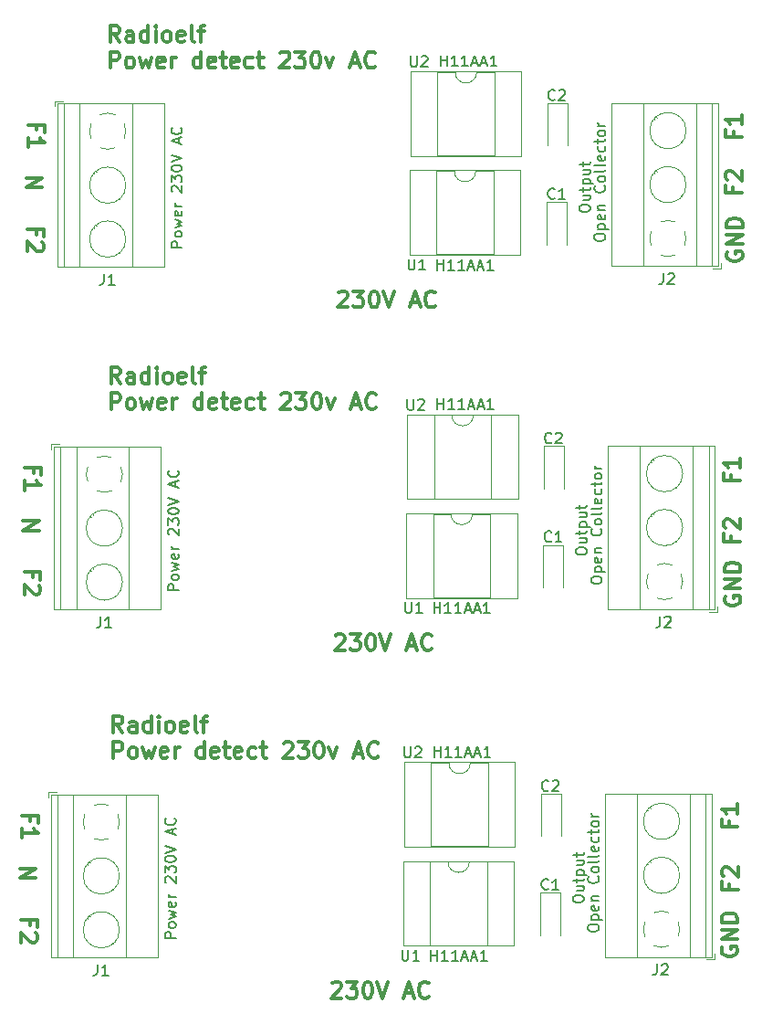
<source format=gbr>
%TF.GenerationSoftware,KiCad,Pcbnew,9.0.0-9.0.0-2~ubuntu22.04.1*%
%TF.CreationDate,2025-03-13T08:20:24+01:00*%
%TF.ProjectId,detec_power,64657465-635f-4706-9f77-65722e6b6963,rev?*%
%TF.SameCoordinates,Original*%
%TF.FileFunction,Legend,Top*%
%TF.FilePolarity,Positive*%
%FSLAX46Y46*%
G04 Gerber Fmt 4.6, Leading zero omitted, Abs format (unit mm)*
G04 Created by KiCad (PCBNEW 9.0.0-9.0.0-2~ubuntu22.04.1) date 2025-03-13 08:20:24*
%MOMM*%
%LPD*%
G01*
G04 APERTURE LIST*
%ADD10C,0.300000*%
%ADD11C,0.150000*%
%ADD12C,0.120000*%
G04 APERTURE END LIST*
D10*
X147633082Y-95953685D02*
X147704510Y-95882257D01*
X147704510Y-95882257D02*
X147847368Y-95810828D01*
X147847368Y-95810828D02*
X148204510Y-95810828D01*
X148204510Y-95810828D02*
X148347368Y-95882257D01*
X148347368Y-95882257D02*
X148418796Y-95953685D01*
X148418796Y-95953685D02*
X148490225Y-96096542D01*
X148490225Y-96096542D02*
X148490225Y-96239400D01*
X148490225Y-96239400D02*
X148418796Y-96453685D01*
X148418796Y-96453685D02*
X147561653Y-97310828D01*
X147561653Y-97310828D02*
X148490225Y-97310828D01*
X148990224Y-95810828D02*
X149918796Y-95810828D01*
X149918796Y-95810828D02*
X149418796Y-96382257D01*
X149418796Y-96382257D02*
X149633081Y-96382257D01*
X149633081Y-96382257D02*
X149775939Y-96453685D01*
X149775939Y-96453685D02*
X149847367Y-96525114D01*
X149847367Y-96525114D02*
X149918796Y-96667971D01*
X149918796Y-96667971D02*
X149918796Y-97025114D01*
X149918796Y-97025114D02*
X149847367Y-97167971D01*
X149847367Y-97167971D02*
X149775939Y-97239400D01*
X149775939Y-97239400D02*
X149633081Y-97310828D01*
X149633081Y-97310828D02*
X149204510Y-97310828D01*
X149204510Y-97310828D02*
X149061653Y-97239400D01*
X149061653Y-97239400D02*
X148990224Y-97167971D01*
X150847367Y-95810828D02*
X150990224Y-95810828D01*
X150990224Y-95810828D02*
X151133081Y-95882257D01*
X151133081Y-95882257D02*
X151204510Y-95953685D01*
X151204510Y-95953685D02*
X151275938Y-96096542D01*
X151275938Y-96096542D02*
X151347367Y-96382257D01*
X151347367Y-96382257D02*
X151347367Y-96739400D01*
X151347367Y-96739400D02*
X151275938Y-97025114D01*
X151275938Y-97025114D02*
X151204510Y-97167971D01*
X151204510Y-97167971D02*
X151133081Y-97239400D01*
X151133081Y-97239400D02*
X150990224Y-97310828D01*
X150990224Y-97310828D02*
X150847367Y-97310828D01*
X150847367Y-97310828D02*
X150704510Y-97239400D01*
X150704510Y-97239400D02*
X150633081Y-97167971D01*
X150633081Y-97167971D02*
X150561652Y-97025114D01*
X150561652Y-97025114D02*
X150490224Y-96739400D01*
X150490224Y-96739400D02*
X150490224Y-96382257D01*
X150490224Y-96382257D02*
X150561652Y-96096542D01*
X150561652Y-96096542D02*
X150633081Y-95953685D01*
X150633081Y-95953685D02*
X150704510Y-95882257D01*
X150704510Y-95882257D02*
X150847367Y-95810828D01*
X151775938Y-95810828D02*
X152275938Y-97310828D01*
X152275938Y-97310828D02*
X152775938Y-95810828D01*
X154347366Y-96882257D02*
X155061652Y-96882257D01*
X154204509Y-97310828D02*
X154704509Y-95810828D01*
X154704509Y-95810828D02*
X155204509Y-97310828D01*
X156561651Y-97167971D02*
X156490223Y-97239400D01*
X156490223Y-97239400D02*
X156275937Y-97310828D01*
X156275937Y-97310828D02*
X156133080Y-97310828D01*
X156133080Y-97310828D02*
X155918794Y-97239400D01*
X155918794Y-97239400D02*
X155775937Y-97096542D01*
X155775937Y-97096542D02*
X155704508Y-96953685D01*
X155704508Y-96953685D02*
X155633080Y-96667971D01*
X155633080Y-96667971D02*
X155633080Y-96453685D01*
X155633080Y-96453685D02*
X155704508Y-96167971D01*
X155704508Y-96167971D02*
X155775937Y-96025114D01*
X155775937Y-96025114D02*
X155918794Y-95882257D01*
X155918794Y-95882257D02*
X156133080Y-95810828D01*
X156133080Y-95810828D02*
X156275937Y-95810828D01*
X156275937Y-95810828D02*
X156490223Y-95882257D01*
X156490223Y-95882257D02*
X156561651Y-95953685D01*
X184535427Y-54420862D02*
X184535427Y-54920862D01*
X185321141Y-54920862D02*
X183821141Y-54920862D01*
X183821141Y-54920862D02*
X183821141Y-54206576D01*
X183963998Y-53706576D02*
X183892570Y-53635148D01*
X183892570Y-53635148D02*
X183821141Y-53492291D01*
X183821141Y-53492291D02*
X183821141Y-53135148D01*
X183821141Y-53135148D02*
X183892570Y-52992291D01*
X183892570Y-52992291D02*
X183963998Y-52920862D01*
X183963998Y-52920862D02*
X184106855Y-52849433D01*
X184106855Y-52849433D02*
X184249713Y-52849433D01*
X184249713Y-52849433D02*
X184463998Y-52920862D01*
X184463998Y-52920862D02*
X185321141Y-53778005D01*
X185321141Y-53778005D02*
X185321141Y-52849433D01*
X147943082Y-64163685D02*
X148014510Y-64092257D01*
X148014510Y-64092257D02*
X148157368Y-64020828D01*
X148157368Y-64020828D02*
X148514510Y-64020828D01*
X148514510Y-64020828D02*
X148657368Y-64092257D01*
X148657368Y-64092257D02*
X148728796Y-64163685D01*
X148728796Y-64163685D02*
X148800225Y-64306542D01*
X148800225Y-64306542D02*
X148800225Y-64449400D01*
X148800225Y-64449400D02*
X148728796Y-64663685D01*
X148728796Y-64663685D02*
X147871653Y-65520828D01*
X147871653Y-65520828D02*
X148800225Y-65520828D01*
X149300224Y-64020828D02*
X150228796Y-64020828D01*
X150228796Y-64020828D02*
X149728796Y-64592257D01*
X149728796Y-64592257D02*
X149943081Y-64592257D01*
X149943081Y-64592257D02*
X150085939Y-64663685D01*
X150085939Y-64663685D02*
X150157367Y-64735114D01*
X150157367Y-64735114D02*
X150228796Y-64877971D01*
X150228796Y-64877971D02*
X150228796Y-65235114D01*
X150228796Y-65235114D02*
X150157367Y-65377971D01*
X150157367Y-65377971D02*
X150085939Y-65449400D01*
X150085939Y-65449400D02*
X149943081Y-65520828D01*
X149943081Y-65520828D02*
X149514510Y-65520828D01*
X149514510Y-65520828D02*
X149371653Y-65449400D01*
X149371653Y-65449400D02*
X149300224Y-65377971D01*
X151157367Y-64020828D02*
X151300224Y-64020828D01*
X151300224Y-64020828D02*
X151443081Y-64092257D01*
X151443081Y-64092257D02*
X151514510Y-64163685D01*
X151514510Y-64163685D02*
X151585938Y-64306542D01*
X151585938Y-64306542D02*
X151657367Y-64592257D01*
X151657367Y-64592257D02*
X151657367Y-64949400D01*
X151657367Y-64949400D02*
X151585938Y-65235114D01*
X151585938Y-65235114D02*
X151514510Y-65377971D01*
X151514510Y-65377971D02*
X151443081Y-65449400D01*
X151443081Y-65449400D02*
X151300224Y-65520828D01*
X151300224Y-65520828D02*
X151157367Y-65520828D01*
X151157367Y-65520828D02*
X151014510Y-65449400D01*
X151014510Y-65449400D02*
X150943081Y-65377971D01*
X150943081Y-65377971D02*
X150871652Y-65235114D01*
X150871652Y-65235114D02*
X150800224Y-64949400D01*
X150800224Y-64949400D02*
X150800224Y-64592257D01*
X150800224Y-64592257D02*
X150871652Y-64306542D01*
X150871652Y-64306542D02*
X150943081Y-64163685D01*
X150943081Y-64163685D02*
X151014510Y-64092257D01*
X151014510Y-64092257D02*
X151157367Y-64020828D01*
X152085938Y-64020828D02*
X152585938Y-65520828D01*
X152585938Y-65520828D02*
X153085938Y-64020828D01*
X154657366Y-65092257D02*
X155371652Y-65092257D01*
X154514509Y-65520828D02*
X155014509Y-64020828D01*
X155014509Y-64020828D02*
X155514509Y-65520828D01*
X156871651Y-65377971D02*
X156800223Y-65449400D01*
X156800223Y-65449400D02*
X156585937Y-65520828D01*
X156585937Y-65520828D02*
X156443080Y-65520828D01*
X156443080Y-65520828D02*
X156228794Y-65449400D01*
X156228794Y-65449400D02*
X156085937Y-65306542D01*
X156085937Y-65306542D02*
X156014508Y-65163685D01*
X156014508Y-65163685D02*
X155943080Y-64877971D01*
X155943080Y-64877971D02*
X155943080Y-64663685D01*
X155943080Y-64663685D02*
X156014508Y-64377971D01*
X156014508Y-64377971D02*
X156085937Y-64235114D01*
X156085937Y-64235114D02*
X156228794Y-64092257D01*
X156228794Y-64092257D02*
X156443080Y-64020828D01*
X156443080Y-64020828D02*
X156585937Y-64020828D01*
X156585937Y-64020828D02*
X156800223Y-64092257D01*
X156800223Y-64092257D02*
X156871651Y-64163685D01*
X119850828Y-118425489D02*
X118350828Y-118425489D01*
X118350828Y-118425489D02*
X119850828Y-117568346D01*
X119850828Y-117568346D02*
X118350828Y-117568346D01*
X183792257Y-92319774D02*
X183720828Y-92462632D01*
X183720828Y-92462632D02*
X183720828Y-92676917D01*
X183720828Y-92676917D02*
X183792257Y-92891203D01*
X183792257Y-92891203D02*
X183935114Y-93034060D01*
X183935114Y-93034060D02*
X184077971Y-93105489D01*
X184077971Y-93105489D02*
X184363685Y-93176917D01*
X184363685Y-93176917D02*
X184577971Y-93176917D01*
X184577971Y-93176917D02*
X184863685Y-93105489D01*
X184863685Y-93105489D02*
X185006542Y-93034060D01*
X185006542Y-93034060D02*
X185149400Y-92891203D01*
X185149400Y-92891203D02*
X185220828Y-92676917D01*
X185220828Y-92676917D02*
X185220828Y-92534060D01*
X185220828Y-92534060D02*
X185149400Y-92319774D01*
X185149400Y-92319774D02*
X185077971Y-92248346D01*
X185077971Y-92248346D02*
X184577971Y-92248346D01*
X184577971Y-92248346D02*
X184577971Y-92534060D01*
X185220828Y-91605489D02*
X183720828Y-91605489D01*
X183720828Y-91605489D02*
X185220828Y-90748346D01*
X185220828Y-90748346D02*
X183720828Y-90748346D01*
X185220828Y-90034060D02*
X183720828Y-90034060D01*
X183720828Y-90034060D02*
X183720828Y-89676917D01*
X183720828Y-89676917D02*
X183792257Y-89462631D01*
X183792257Y-89462631D02*
X183935114Y-89319774D01*
X183935114Y-89319774D02*
X184077971Y-89248345D01*
X184077971Y-89248345D02*
X184363685Y-89176917D01*
X184363685Y-89176917D02*
X184577971Y-89176917D01*
X184577971Y-89176917D02*
X184863685Y-89248345D01*
X184863685Y-89248345D02*
X185006542Y-89319774D01*
X185006542Y-89319774D02*
X185149400Y-89462631D01*
X185149400Y-89462631D02*
X185220828Y-89676917D01*
X185220828Y-89676917D02*
X185220828Y-90034060D01*
X120440828Y-54405489D02*
X118940828Y-54405489D01*
X118940828Y-54405489D02*
X120440828Y-53548346D01*
X120440828Y-53548346D02*
X118940828Y-53548346D01*
X183522257Y-124819774D02*
X183450828Y-124962632D01*
X183450828Y-124962632D02*
X183450828Y-125176917D01*
X183450828Y-125176917D02*
X183522257Y-125391203D01*
X183522257Y-125391203D02*
X183665114Y-125534060D01*
X183665114Y-125534060D02*
X183807971Y-125605489D01*
X183807971Y-125605489D02*
X184093685Y-125676917D01*
X184093685Y-125676917D02*
X184307971Y-125676917D01*
X184307971Y-125676917D02*
X184593685Y-125605489D01*
X184593685Y-125605489D02*
X184736542Y-125534060D01*
X184736542Y-125534060D02*
X184879400Y-125391203D01*
X184879400Y-125391203D02*
X184950828Y-125176917D01*
X184950828Y-125176917D02*
X184950828Y-125034060D01*
X184950828Y-125034060D02*
X184879400Y-124819774D01*
X184879400Y-124819774D02*
X184807971Y-124748346D01*
X184807971Y-124748346D02*
X184307971Y-124748346D01*
X184307971Y-124748346D02*
X184307971Y-125034060D01*
X184950828Y-124105489D02*
X183450828Y-124105489D01*
X183450828Y-124105489D02*
X184950828Y-123248346D01*
X184950828Y-123248346D02*
X183450828Y-123248346D01*
X184950828Y-122534060D02*
X183450828Y-122534060D01*
X183450828Y-122534060D02*
X183450828Y-122176917D01*
X183450828Y-122176917D02*
X183522257Y-121962631D01*
X183522257Y-121962631D02*
X183665114Y-121819774D01*
X183665114Y-121819774D02*
X183807971Y-121748345D01*
X183807971Y-121748345D02*
X184093685Y-121676917D01*
X184093685Y-121676917D02*
X184307971Y-121676917D01*
X184307971Y-121676917D02*
X184593685Y-121748345D01*
X184593685Y-121748345D02*
X184736542Y-121819774D01*
X184736542Y-121819774D02*
X184879400Y-121962631D01*
X184879400Y-121962631D02*
X184950828Y-122176917D01*
X184950828Y-122176917D02*
X184950828Y-122534060D01*
D11*
X171349819Y-90902744D02*
X171349819Y-90712268D01*
X171349819Y-90712268D02*
X171397438Y-90617030D01*
X171397438Y-90617030D02*
X171492676Y-90521792D01*
X171492676Y-90521792D02*
X171683152Y-90474173D01*
X171683152Y-90474173D02*
X172016485Y-90474173D01*
X172016485Y-90474173D02*
X172206961Y-90521792D01*
X172206961Y-90521792D02*
X172302200Y-90617030D01*
X172302200Y-90617030D02*
X172349819Y-90712268D01*
X172349819Y-90712268D02*
X172349819Y-90902744D01*
X172349819Y-90902744D02*
X172302200Y-90997982D01*
X172302200Y-90997982D02*
X172206961Y-91093220D01*
X172206961Y-91093220D02*
X172016485Y-91140839D01*
X172016485Y-91140839D02*
X171683152Y-91140839D01*
X171683152Y-91140839D02*
X171492676Y-91093220D01*
X171492676Y-91093220D02*
X171397438Y-90997982D01*
X171397438Y-90997982D02*
X171349819Y-90902744D01*
X171683152Y-90045601D02*
X172683152Y-90045601D01*
X171730771Y-90045601D02*
X171683152Y-89950363D01*
X171683152Y-89950363D02*
X171683152Y-89759887D01*
X171683152Y-89759887D02*
X171730771Y-89664649D01*
X171730771Y-89664649D02*
X171778390Y-89617030D01*
X171778390Y-89617030D02*
X171873628Y-89569411D01*
X171873628Y-89569411D02*
X172159342Y-89569411D01*
X172159342Y-89569411D02*
X172254580Y-89617030D01*
X172254580Y-89617030D02*
X172302200Y-89664649D01*
X172302200Y-89664649D02*
X172349819Y-89759887D01*
X172349819Y-89759887D02*
X172349819Y-89950363D01*
X172349819Y-89950363D02*
X172302200Y-90045601D01*
X172302200Y-88759887D02*
X172349819Y-88855125D01*
X172349819Y-88855125D02*
X172349819Y-89045601D01*
X172349819Y-89045601D02*
X172302200Y-89140839D01*
X172302200Y-89140839D02*
X172206961Y-89188458D01*
X172206961Y-89188458D02*
X171826009Y-89188458D01*
X171826009Y-89188458D02*
X171730771Y-89140839D01*
X171730771Y-89140839D02*
X171683152Y-89045601D01*
X171683152Y-89045601D02*
X171683152Y-88855125D01*
X171683152Y-88855125D02*
X171730771Y-88759887D01*
X171730771Y-88759887D02*
X171826009Y-88712268D01*
X171826009Y-88712268D02*
X171921247Y-88712268D01*
X171921247Y-88712268D02*
X172016485Y-89188458D01*
X171683152Y-88283696D02*
X172349819Y-88283696D01*
X171778390Y-88283696D02*
X171730771Y-88236077D01*
X171730771Y-88236077D02*
X171683152Y-88140839D01*
X171683152Y-88140839D02*
X171683152Y-87997982D01*
X171683152Y-87997982D02*
X171730771Y-87902744D01*
X171730771Y-87902744D02*
X171826009Y-87855125D01*
X171826009Y-87855125D02*
X172349819Y-87855125D01*
X172254580Y-86045601D02*
X172302200Y-86093220D01*
X172302200Y-86093220D02*
X172349819Y-86236077D01*
X172349819Y-86236077D02*
X172349819Y-86331315D01*
X172349819Y-86331315D02*
X172302200Y-86474172D01*
X172302200Y-86474172D02*
X172206961Y-86569410D01*
X172206961Y-86569410D02*
X172111723Y-86617029D01*
X172111723Y-86617029D02*
X171921247Y-86664648D01*
X171921247Y-86664648D02*
X171778390Y-86664648D01*
X171778390Y-86664648D02*
X171587914Y-86617029D01*
X171587914Y-86617029D02*
X171492676Y-86569410D01*
X171492676Y-86569410D02*
X171397438Y-86474172D01*
X171397438Y-86474172D02*
X171349819Y-86331315D01*
X171349819Y-86331315D02*
X171349819Y-86236077D01*
X171349819Y-86236077D02*
X171397438Y-86093220D01*
X171397438Y-86093220D02*
X171445057Y-86045601D01*
X172349819Y-85474172D02*
X172302200Y-85569410D01*
X172302200Y-85569410D02*
X172254580Y-85617029D01*
X172254580Y-85617029D02*
X172159342Y-85664648D01*
X172159342Y-85664648D02*
X171873628Y-85664648D01*
X171873628Y-85664648D02*
X171778390Y-85617029D01*
X171778390Y-85617029D02*
X171730771Y-85569410D01*
X171730771Y-85569410D02*
X171683152Y-85474172D01*
X171683152Y-85474172D02*
X171683152Y-85331315D01*
X171683152Y-85331315D02*
X171730771Y-85236077D01*
X171730771Y-85236077D02*
X171778390Y-85188458D01*
X171778390Y-85188458D02*
X171873628Y-85140839D01*
X171873628Y-85140839D02*
X172159342Y-85140839D01*
X172159342Y-85140839D02*
X172254580Y-85188458D01*
X172254580Y-85188458D02*
X172302200Y-85236077D01*
X172302200Y-85236077D02*
X172349819Y-85331315D01*
X172349819Y-85331315D02*
X172349819Y-85474172D01*
X172349819Y-84569410D02*
X172302200Y-84664648D01*
X172302200Y-84664648D02*
X172206961Y-84712267D01*
X172206961Y-84712267D02*
X171349819Y-84712267D01*
X172349819Y-84045600D02*
X172302200Y-84140838D01*
X172302200Y-84140838D02*
X172206961Y-84188457D01*
X172206961Y-84188457D02*
X171349819Y-84188457D01*
X172302200Y-83283695D02*
X172349819Y-83378933D01*
X172349819Y-83378933D02*
X172349819Y-83569409D01*
X172349819Y-83569409D02*
X172302200Y-83664647D01*
X172302200Y-83664647D02*
X172206961Y-83712266D01*
X172206961Y-83712266D02*
X171826009Y-83712266D01*
X171826009Y-83712266D02*
X171730771Y-83664647D01*
X171730771Y-83664647D02*
X171683152Y-83569409D01*
X171683152Y-83569409D02*
X171683152Y-83378933D01*
X171683152Y-83378933D02*
X171730771Y-83283695D01*
X171730771Y-83283695D02*
X171826009Y-83236076D01*
X171826009Y-83236076D02*
X171921247Y-83236076D01*
X171921247Y-83236076D02*
X172016485Y-83712266D01*
X172302200Y-82378933D02*
X172349819Y-82474171D01*
X172349819Y-82474171D02*
X172349819Y-82664647D01*
X172349819Y-82664647D02*
X172302200Y-82759885D01*
X172302200Y-82759885D02*
X172254580Y-82807504D01*
X172254580Y-82807504D02*
X172159342Y-82855123D01*
X172159342Y-82855123D02*
X171873628Y-82855123D01*
X171873628Y-82855123D02*
X171778390Y-82807504D01*
X171778390Y-82807504D02*
X171730771Y-82759885D01*
X171730771Y-82759885D02*
X171683152Y-82664647D01*
X171683152Y-82664647D02*
X171683152Y-82474171D01*
X171683152Y-82474171D02*
X171730771Y-82378933D01*
X171683152Y-82093218D02*
X171683152Y-81712266D01*
X171349819Y-81950361D02*
X172206961Y-81950361D01*
X172206961Y-81950361D02*
X172302200Y-81902742D01*
X172302200Y-81902742D02*
X172349819Y-81807504D01*
X172349819Y-81807504D02*
X172349819Y-81712266D01*
X172349819Y-81236075D02*
X172302200Y-81331313D01*
X172302200Y-81331313D02*
X172254580Y-81378932D01*
X172254580Y-81378932D02*
X172159342Y-81426551D01*
X172159342Y-81426551D02*
X171873628Y-81426551D01*
X171873628Y-81426551D02*
X171778390Y-81378932D01*
X171778390Y-81378932D02*
X171730771Y-81331313D01*
X171730771Y-81331313D02*
X171683152Y-81236075D01*
X171683152Y-81236075D02*
X171683152Y-81093218D01*
X171683152Y-81093218D02*
X171730771Y-80997980D01*
X171730771Y-80997980D02*
X171778390Y-80950361D01*
X171778390Y-80950361D02*
X171873628Y-80902742D01*
X171873628Y-80902742D02*
X172159342Y-80902742D01*
X172159342Y-80902742D02*
X172254580Y-80950361D01*
X172254580Y-80950361D02*
X172302200Y-80997980D01*
X172302200Y-80997980D02*
X172349819Y-81093218D01*
X172349819Y-81093218D02*
X172349819Y-81236075D01*
X172349819Y-80474170D02*
X171683152Y-80474170D01*
X171873628Y-80474170D02*
X171778390Y-80426551D01*
X171778390Y-80426551D02*
X171730771Y-80378932D01*
X171730771Y-80378932D02*
X171683152Y-80283694D01*
X171683152Y-80283694D02*
X171683152Y-80188456D01*
D10*
X119614885Y-80894510D02*
X119614885Y-80394510D01*
X118829171Y-80394510D02*
X120329171Y-80394510D01*
X120329171Y-80394510D02*
X120329171Y-81108796D01*
X118829171Y-82465939D02*
X118829171Y-81608796D01*
X118829171Y-82037367D02*
X120329171Y-82037367D01*
X120329171Y-82037367D02*
X120114885Y-81894510D01*
X120114885Y-81894510D02*
X119972028Y-81751653D01*
X119972028Y-81751653D02*
X119900600Y-81608796D01*
X119554885Y-90574510D02*
X119554885Y-90074510D01*
X118769171Y-90074510D02*
X120269171Y-90074510D01*
X120269171Y-90074510D02*
X120269171Y-90788796D01*
X120126314Y-91288796D02*
X120197742Y-91360224D01*
X120197742Y-91360224D02*
X120269171Y-91503082D01*
X120269171Y-91503082D02*
X120269171Y-91860224D01*
X120269171Y-91860224D02*
X120197742Y-92003082D01*
X120197742Y-92003082D02*
X120126314Y-92074510D01*
X120126314Y-92074510D02*
X119983457Y-92145939D01*
X119983457Y-92145939D02*
X119840600Y-92145939D01*
X119840600Y-92145939D02*
X119626314Y-92074510D01*
X119626314Y-92074510D02*
X118769171Y-91217367D01*
X118769171Y-91217367D02*
X118769171Y-92145939D01*
X119864885Y-58784510D02*
X119864885Y-58284510D01*
X119079171Y-58284510D02*
X120579171Y-58284510D01*
X120579171Y-58284510D02*
X120579171Y-58998796D01*
X120436314Y-59498796D02*
X120507742Y-59570224D01*
X120507742Y-59570224D02*
X120579171Y-59713082D01*
X120579171Y-59713082D02*
X120579171Y-60070224D01*
X120579171Y-60070224D02*
X120507742Y-60213082D01*
X120507742Y-60213082D02*
X120436314Y-60284510D01*
X120436314Y-60284510D02*
X120293457Y-60355939D01*
X120293457Y-60355939D02*
X120150600Y-60355939D01*
X120150600Y-60355939D02*
X119936314Y-60284510D01*
X119936314Y-60284510D02*
X119079171Y-59427367D01*
X119079171Y-59427367D02*
X119079171Y-60355939D01*
X119924885Y-49104510D02*
X119924885Y-48604510D01*
X119139171Y-48604510D02*
X120639171Y-48604510D01*
X120639171Y-48604510D02*
X120639171Y-49318796D01*
X119139171Y-50675939D02*
X119139171Y-49818796D01*
X119139171Y-50247367D02*
X120639171Y-50247367D01*
X120639171Y-50247367D02*
X120424885Y-50104510D01*
X120424885Y-50104510D02*
X120282028Y-49961653D01*
X120282028Y-49961653D02*
X120210600Y-49818796D01*
D11*
X171069819Y-123132744D02*
X171069819Y-122942268D01*
X171069819Y-122942268D02*
X171117438Y-122847030D01*
X171117438Y-122847030D02*
X171212676Y-122751792D01*
X171212676Y-122751792D02*
X171403152Y-122704173D01*
X171403152Y-122704173D02*
X171736485Y-122704173D01*
X171736485Y-122704173D02*
X171926961Y-122751792D01*
X171926961Y-122751792D02*
X172022200Y-122847030D01*
X172022200Y-122847030D02*
X172069819Y-122942268D01*
X172069819Y-122942268D02*
X172069819Y-123132744D01*
X172069819Y-123132744D02*
X172022200Y-123227982D01*
X172022200Y-123227982D02*
X171926961Y-123323220D01*
X171926961Y-123323220D02*
X171736485Y-123370839D01*
X171736485Y-123370839D02*
X171403152Y-123370839D01*
X171403152Y-123370839D02*
X171212676Y-123323220D01*
X171212676Y-123323220D02*
X171117438Y-123227982D01*
X171117438Y-123227982D02*
X171069819Y-123132744D01*
X171403152Y-122275601D02*
X172403152Y-122275601D01*
X171450771Y-122275601D02*
X171403152Y-122180363D01*
X171403152Y-122180363D02*
X171403152Y-121989887D01*
X171403152Y-121989887D02*
X171450771Y-121894649D01*
X171450771Y-121894649D02*
X171498390Y-121847030D01*
X171498390Y-121847030D02*
X171593628Y-121799411D01*
X171593628Y-121799411D02*
X171879342Y-121799411D01*
X171879342Y-121799411D02*
X171974580Y-121847030D01*
X171974580Y-121847030D02*
X172022200Y-121894649D01*
X172022200Y-121894649D02*
X172069819Y-121989887D01*
X172069819Y-121989887D02*
X172069819Y-122180363D01*
X172069819Y-122180363D02*
X172022200Y-122275601D01*
X172022200Y-120989887D02*
X172069819Y-121085125D01*
X172069819Y-121085125D02*
X172069819Y-121275601D01*
X172069819Y-121275601D02*
X172022200Y-121370839D01*
X172022200Y-121370839D02*
X171926961Y-121418458D01*
X171926961Y-121418458D02*
X171546009Y-121418458D01*
X171546009Y-121418458D02*
X171450771Y-121370839D01*
X171450771Y-121370839D02*
X171403152Y-121275601D01*
X171403152Y-121275601D02*
X171403152Y-121085125D01*
X171403152Y-121085125D02*
X171450771Y-120989887D01*
X171450771Y-120989887D02*
X171546009Y-120942268D01*
X171546009Y-120942268D02*
X171641247Y-120942268D01*
X171641247Y-120942268D02*
X171736485Y-121418458D01*
X171403152Y-120513696D02*
X172069819Y-120513696D01*
X171498390Y-120513696D02*
X171450771Y-120466077D01*
X171450771Y-120466077D02*
X171403152Y-120370839D01*
X171403152Y-120370839D02*
X171403152Y-120227982D01*
X171403152Y-120227982D02*
X171450771Y-120132744D01*
X171450771Y-120132744D02*
X171546009Y-120085125D01*
X171546009Y-120085125D02*
X172069819Y-120085125D01*
X171974580Y-118275601D02*
X172022200Y-118323220D01*
X172022200Y-118323220D02*
X172069819Y-118466077D01*
X172069819Y-118466077D02*
X172069819Y-118561315D01*
X172069819Y-118561315D02*
X172022200Y-118704172D01*
X172022200Y-118704172D02*
X171926961Y-118799410D01*
X171926961Y-118799410D02*
X171831723Y-118847029D01*
X171831723Y-118847029D02*
X171641247Y-118894648D01*
X171641247Y-118894648D02*
X171498390Y-118894648D01*
X171498390Y-118894648D02*
X171307914Y-118847029D01*
X171307914Y-118847029D02*
X171212676Y-118799410D01*
X171212676Y-118799410D02*
X171117438Y-118704172D01*
X171117438Y-118704172D02*
X171069819Y-118561315D01*
X171069819Y-118561315D02*
X171069819Y-118466077D01*
X171069819Y-118466077D02*
X171117438Y-118323220D01*
X171117438Y-118323220D02*
X171165057Y-118275601D01*
X172069819Y-117704172D02*
X172022200Y-117799410D01*
X172022200Y-117799410D02*
X171974580Y-117847029D01*
X171974580Y-117847029D02*
X171879342Y-117894648D01*
X171879342Y-117894648D02*
X171593628Y-117894648D01*
X171593628Y-117894648D02*
X171498390Y-117847029D01*
X171498390Y-117847029D02*
X171450771Y-117799410D01*
X171450771Y-117799410D02*
X171403152Y-117704172D01*
X171403152Y-117704172D02*
X171403152Y-117561315D01*
X171403152Y-117561315D02*
X171450771Y-117466077D01*
X171450771Y-117466077D02*
X171498390Y-117418458D01*
X171498390Y-117418458D02*
X171593628Y-117370839D01*
X171593628Y-117370839D02*
X171879342Y-117370839D01*
X171879342Y-117370839D02*
X171974580Y-117418458D01*
X171974580Y-117418458D02*
X172022200Y-117466077D01*
X172022200Y-117466077D02*
X172069819Y-117561315D01*
X172069819Y-117561315D02*
X172069819Y-117704172D01*
X172069819Y-116799410D02*
X172022200Y-116894648D01*
X172022200Y-116894648D02*
X171926961Y-116942267D01*
X171926961Y-116942267D02*
X171069819Y-116942267D01*
X172069819Y-116275600D02*
X172022200Y-116370838D01*
X172022200Y-116370838D02*
X171926961Y-116418457D01*
X171926961Y-116418457D02*
X171069819Y-116418457D01*
X172022200Y-115513695D02*
X172069819Y-115608933D01*
X172069819Y-115608933D02*
X172069819Y-115799409D01*
X172069819Y-115799409D02*
X172022200Y-115894647D01*
X172022200Y-115894647D02*
X171926961Y-115942266D01*
X171926961Y-115942266D02*
X171546009Y-115942266D01*
X171546009Y-115942266D02*
X171450771Y-115894647D01*
X171450771Y-115894647D02*
X171403152Y-115799409D01*
X171403152Y-115799409D02*
X171403152Y-115608933D01*
X171403152Y-115608933D02*
X171450771Y-115513695D01*
X171450771Y-115513695D02*
X171546009Y-115466076D01*
X171546009Y-115466076D02*
X171641247Y-115466076D01*
X171641247Y-115466076D02*
X171736485Y-115942266D01*
X172022200Y-114608933D02*
X172069819Y-114704171D01*
X172069819Y-114704171D02*
X172069819Y-114894647D01*
X172069819Y-114894647D02*
X172022200Y-114989885D01*
X172022200Y-114989885D02*
X171974580Y-115037504D01*
X171974580Y-115037504D02*
X171879342Y-115085123D01*
X171879342Y-115085123D02*
X171593628Y-115085123D01*
X171593628Y-115085123D02*
X171498390Y-115037504D01*
X171498390Y-115037504D02*
X171450771Y-114989885D01*
X171450771Y-114989885D02*
X171403152Y-114894647D01*
X171403152Y-114894647D02*
X171403152Y-114704171D01*
X171403152Y-114704171D02*
X171450771Y-114608933D01*
X171403152Y-114323218D02*
X171403152Y-113942266D01*
X171069819Y-114180361D02*
X171926961Y-114180361D01*
X171926961Y-114180361D02*
X172022200Y-114132742D01*
X172022200Y-114132742D02*
X172069819Y-114037504D01*
X172069819Y-114037504D02*
X172069819Y-113942266D01*
X172069819Y-113466075D02*
X172022200Y-113561313D01*
X172022200Y-113561313D02*
X171974580Y-113608932D01*
X171974580Y-113608932D02*
X171879342Y-113656551D01*
X171879342Y-113656551D02*
X171593628Y-113656551D01*
X171593628Y-113656551D02*
X171498390Y-113608932D01*
X171498390Y-113608932D02*
X171450771Y-113561313D01*
X171450771Y-113561313D02*
X171403152Y-113466075D01*
X171403152Y-113466075D02*
X171403152Y-113323218D01*
X171403152Y-113323218D02*
X171450771Y-113227980D01*
X171450771Y-113227980D02*
X171498390Y-113180361D01*
X171498390Y-113180361D02*
X171593628Y-113132742D01*
X171593628Y-113132742D02*
X171879342Y-113132742D01*
X171879342Y-113132742D02*
X171974580Y-113180361D01*
X171974580Y-113180361D02*
X172022200Y-113227980D01*
X172022200Y-113227980D02*
X172069819Y-113323218D01*
X172069819Y-113323218D02*
X172069819Y-113466075D01*
X172069819Y-112704170D02*
X171403152Y-112704170D01*
X171593628Y-112704170D02*
X171498390Y-112656551D01*
X171498390Y-112656551D02*
X171450771Y-112608932D01*
X171450771Y-112608932D02*
X171403152Y-112513694D01*
X171403152Y-112513694D02*
X171403152Y-112418456D01*
X171659819Y-59112744D02*
X171659819Y-58922268D01*
X171659819Y-58922268D02*
X171707438Y-58827030D01*
X171707438Y-58827030D02*
X171802676Y-58731792D01*
X171802676Y-58731792D02*
X171993152Y-58684173D01*
X171993152Y-58684173D02*
X172326485Y-58684173D01*
X172326485Y-58684173D02*
X172516961Y-58731792D01*
X172516961Y-58731792D02*
X172612200Y-58827030D01*
X172612200Y-58827030D02*
X172659819Y-58922268D01*
X172659819Y-58922268D02*
X172659819Y-59112744D01*
X172659819Y-59112744D02*
X172612200Y-59207982D01*
X172612200Y-59207982D02*
X172516961Y-59303220D01*
X172516961Y-59303220D02*
X172326485Y-59350839D01*
X172326485Y-59350839D02*
X171993152Y-59350839D01*
X171993152Y-59350839D02*
X171802676Y-59303220D01*
X171802676Y-59303220D02*
X171707438Y-59207982D01*
X171707438Y-59207982D02*
X171659819Y-59112744D01*
X171993152Y-58255601D02*
X172993152Y-58255601D01*
X172040771Y-58255601D02*
X171993152Y-58160363D01*
X171993152Y-58160363D02*
X171993152Y-57969887D01*
X171993152Y-57969887D02*
X172040771Y-57874649D01*
X172040771Y-57874649D02*
X172088390Y-57827030D01*
X172088390Y-57827030D02*
X172183628Y-57779411D01*
X172183628Y-57779411D02*
X172469342Y-57779411D01*
X172469342Y-57779411D02*
X172564580Y-57827030D01*
X172564580Y-57827030D02*
X172612200Y-57874649D01*
X172612200Y-57874649D02*
X172659819Y-57969887D01*
X172659819Y-57969887D02*
X172659819Y-58160363D01*
X172659819Y-58160363D02*
X172612200Y-58255601D01*
X172612200Y-56969887D02*
X172659819Y-57065125D01*
X172659819Y-57065125D02*
X172659819Y-57255601D01*
X172659819Y-57255601D02*
X172612200Y-57350839D01*
X172612200Y-57350839D02*
X172516961Y-57398458D01*
X172516961Y-57398458D02*
X172136009Y-57398458D01*
X172136009Y-57398458D02*
X172040771Y-57350839D01*
X172040771Y-57350839D02*
X171993152Y-57255601D01*
X171993152Y-57255601D02*
X171993152Y-57065125D01*
X171993152Y-57065125D02*
X172040771Y-56969887D01*
X172040771Y-56969887D02*
X172136009Y-56922268D01*
X172136009Y-56922268D02*
X172231247Y-56922268D01*
X172231247Y-56922268D02*
X172326485Y-57398458D01*
X171993152Y-56493696D02*
X172659819Y-56493696D01*
X172088390Y-56493696D02*
X172040771Y-56446077D01*
X172040771Y-56446077D02*
X171993152Y-56350839D01*
X171993152Y-56350839D02*
X171993152Y-56207982D01*
X171993152Y-56207982D02*
X172040771Y-56112744D01*
X172040771Y-56112744D02*
X172136009Y-56065125D01*
X172136009Y-56065125D02*
X172659819Y-56065125D01*
X172564580Y-54255601D02*
X172612200Y-54303220D01*
X172612200Y-54303220D02*
X172659819Y-54446077D01*
X172659819Y-54446077D02*
X172659819Y-54541315D01*
X172659819Y-54541315D02*
X172612200Y-54684172D01*
X172612200Y-54684172D02*
X172516961Y-54779410D01*
X172516961Y-54779410D02*
X172421723Y-54827029D01*
X172421723Y-54827029D02*
X172231247Y-54874648D01*
X172231247Y-54874648D02*
X172088390Y-54874648D01*
X172088390Y-54874648D02*
X171897914Y-54827029D01*
X171897914Y-54827029D02*
X171802676Y-54779410D01*
X171802676Y-54779410D02*
X171707438Y-54684172D01*
X171707438Y-54684172D02*
X171659819Y-54541315D01*
X171659819Y-54541315D02*
X171659819Y-54446077D01*
X171659819Y-54446077D02*
X171707438Y-54303220D01*
X171707438Y-54303220D02*
X171755057Y-54255601D01*
X172659819Y-53684172D02*
X172612200Y-53779410D01*
X172612200Y-53779410D02*
X172564580Y-53827029D01*
X172564580Y-53827029D02*
X172469342Y-53874648D01*
X172469342Y-53874648D02*
X172183628Y-53874648D01*
X172183628Y-53874648D02*
X172088390Y-53827029D01*
X172088390Y-53827029D02*
X172040771Y-53779410D01*
X172040771Y-53779410D02*
X171993152Y-53684172D01*
X171993152Y-53684172D02*
X171993152Y-53541315D01*
X171993152Y-53541315D02*
X172040771Y-53446077D01*
X172040771Y-53446077D02*
X172088390Y-53398458D01*
X172088390Y-53398458D02*
X172183628Y-53350839D01*
X172183628Y-53350839D02*
X172469342Y-53350839D01*
X172469342Y-53350839D02*
X172564580Y-53398458D01*
X172564580Y-53398458D02*
X172612200Y-53446077D01*
X172612200Y-53446077D02*
X172659819Y-53541315D01*
X172659819Y-53541315D02*
X172659819Y-53684172D01*
X172659819Y-52779410D02*
X172612200Y-52874648D01*
X172612200Y-52874648D02*
X172516961Y-52922267D01*
X172516961Y-52922267D02*
X171659819Y-52922267D01*
X172659819Y-52255600D02*
X172612200Y-52350838D01*
X172612200Y-52350838D02*
X172516961Y-52398457D01*
X172516961Y-52398457D02*
X171659819Y-52398457D01*
X172612200Y-51493695D02*
X172659819Y-51588933D01*
X172659819Y-51588933D02*
X172659819Y-51779409D01*
X172659819Y-51779409D02*
X172612200Y-51874647D01*
X172612200Y-51874647D02*
X172516961Y-51922266D01*
X172516961Y-51922266D02*
X172136009Y-51922266D01*
X172136009Y-51922266D02*
X172040771Y-51874647D01*
X172040771Y-51874647D02*
X171993152Y-51779409D01*
X171993152Y-51779409D02*
X171993152Y-51588933D01*
X171993152Y-51588933D02*
X172040771Y-51493695D01*
X172040771Y-51493695D02*
X172136009Y-51446076D01*
X172136009Y-51446076D02*
X172231247Y-51446076D01*
X172231247Y-51446076D02*
X172326485Y-51922266D01*
X172612200Y-50588933D02*
X172659819Y-50684171D01*
X172659819Y-50684171D02*
X172659819Y-50874647D01*
X172659819Y-50874647D02*
X172612200Y-50969885D01*
X172612200Y-50969885D02*
X172564580Y-51017504D01*
X172564580Y-51017504D02*
X172469342Y-51065123D01*
X172469342Y-51065123D02*
X172183628Y-51065123D01*
X172183628Y-51065123D02*
X172088390Y-51017504D01*
X172088390Y-51017504D02*
X172040771Y-50969885D01*
X172040771Y-50969885D02*
X171993152Y-50874647D01*
X171993152Y-50874647D02*
X171993152Y-50684171D01*
X171993152Y-50684171D02*
X172040771Y-50588933D01*
X171993152Y-50303218D02*
X171993152Y-49922266D01*
X171659819Y-50160361D02*
X172516961Y-50160361D01*
X172516961Y-50160361D02*
X172612200Y-50112742D01*
X172612200Y-50112742D02*
X172659819Y-50017504D01*
X172659819Y-50017504D02*
X172659819Y-49922266D01*
X172659819Y-49446075D02*
X172612200Y-49541313D01*
X172612200Y-49541313D02*
X172564580Y-49588932D01*
X172564580Y-49588932D02*
X172469342Y-49636551D01*
X172469342Y-49636551D02*
X172183628Y-49636551D01*
X172183628Y-49636551D02*
X172088390Y-49588932D01*
X172088390Y-49588932D02*
X172040771Y-49541313D01*
X172040771Y-49541313D02*
X171993152Y-49446075D01*
X171993152Y-49446075D02*
X171993152Y-49303218D01*
X171993152Y-49303218D02*
X172040771Y-49207980D01*
X172040771Y-49207980D02*
X172088390Y-49160361D01*
X172088390Y-49160361D02*
X172183628Y-49112742D01*
X172183628Y-49112742D02*
X172469342Y-49112742D01*
X172469342Y-49112742D02*
X172564580Y-49160361D01*
X172564580Y-49160361D02*
X172612200Y-49207980D01*
X172612200Y-49207980D02*
X172659819Y-49303218D01*
X172659819Y-49303218D02*
X172659819Y-49446075D01*
X172659819Y-48684170D02*
X171993152Y-48684170D01*
X172183628Y-48684170D02*
X172088390Y-48636551D01*
X172088390Y-48636551D02*
X172040771Y-48588932D01*
X172040771Y-48588932D02*
X171993152Y-48493694D01*
X171993152Y-48493694D02*
X171993152Y-48398456D01*
D10*
X127601966Y-40921285D02*
X127101966Y-40206999D01*
X126744823Y-40921285D02*
X126744823Y-39421285D01*
X126744823Y-39421285D02*
X127316252Y-39421285D01*
X127316252Y-39421285D02*
X127459109Y-39492714D01*
X127459109Y-39492714D02*
X127530538Y-39564142D01*
X127530538Y-39564142D02*
X127601966Y-39706999D01*
X127601966Y-39706999D02*
X127601966Y-39921285D01*
X127601966Y-39921285D02*
X127530538Y-40064142D01*
X127530538Y-40064142D02*
X127459109Y-40135571D01*
X127459109Y-40135571D02*
X127316252Y-40206999D01*
X127316252Y-40206999D02*
X126744823Y-40206999D01*
X128887681Y-40921285D02*
X128887681Y-40135571D01*
X128887681Y-40135571D02*
X128816252Y-39992714D01*
X128816252Y-39992714D02*
X128673395Y-39921285D01*
X128673395Y-39921285D02*
X128387681Y-39921285D01*
X128387681Y-39921285D02*
X128244823Y-39992714D01*
X128887681Y-40849857D02*
X128744823Y-40921285D01*
X128744823Y-40921285D02*
X128387681Y-40921285D01*
X128387681Y-40921285D02*
X128244823Y-40849857D01*
X128244823Y-40849857D02*
X128173395Y-40706999D01*
X128173395Y-40706999D02*
X128173395Y-40564142D01*
X128173395Y-40564142D02*
X128244823Y-40421285D01*
X128244823Y-40421285D02*
X128387681Y-40349857D01*
X128387681Y-40349857D02*
X128744823Y-40349857D01*
X128744823Y-40349857D02*
X128887681Y-40278428D01*
X130244824Y-40921285D02*
X130244824Y-39421285D01*
X130244824Y-40849857D02*
X130101966Y-40921285D01*
X130101966Y-40921285D02*
X129816252Y-40921285D01*
X129816252Y-40921285D02*
X129673395Y-40849857D01*
X129673395Y-40849857D02*
X129601966Y-40778428D01*
X129601966Y-40778428D02*
X129530538Y-40635571D01*
X129530538Y-40635571D02*
X129530538Y-40206999D01*
X129530538Y-40206999D02*
X129601966Y-40064142D01*
X129601966Y-40064142D02*
X129673395Y-39992714D01*
X129673395Y-39992714D02*
X129816252Y-39921285D01*
X129816252Y-39921285D02*
X130101966Y-39921285D01*
X130101966Y-39921285D02*
X130244824Y-39992714D01*
X130959109Y-40921285D02*
X130959109Y-39921285D01*
X130959109Y-39421285D02*
X130887681Y-39492714D01*
X130887681Y-39492714D02*
X130959109Y-39564142D01*
X130959109Y-39564142D02*
X131030538Y-39492714D01*
X131030538Y-39492714D02*
X130959109Y-39421285D01*
X130959109Y-39421285D02*
X130959109Y-39564142D01*
X131887681Y-40921285D02*
X131744824Y-40849857D01*
X131744824Y-40849857D02*
X131673395Y-40778428D01*
X131673395Y-40778428D02*
X131601967Y-40635571D01*
X131601967Y-40635571D02*
X131601967Y-40206999D01*
X131601967Y-40206999D02*
X131673395Y-40064142D01*
X131673395Y-40064142D02*
X131744824Y-39992714D01*
X131744824Y-39992714D02*
X131887681Y-39921285D01*
X131887681Y-39921285D02*
X132101967Y-39921285D01*
X132101967Y-39921285D02*
X132244824Y-39992714D01*
X132244824Y-39992714D02*
X132316253Y-40064142D01*
X132316253Y-40064142D02*
X132387681Y-40206999D01*
X132387681Y-40206999D02*
X132387681Y-40635571D01*
X132387681Y-40635571D02*
X132316253Y-40778428D01*
X132316253Y-40778428D02*
X132244824Y-40849857D01*
X132244824Y-40849857D02*
X132101967Y-40921285D01*
X132101967Y-40921285D02*
X131887681Y-40921285D01*
X133601967Y-40849857D02*
X133459110Y-40921285D01*
X133459110Y-40921285D02*
X133173396Y-40921285D01*
X133173396Y-40921285D02*
X133030538Y-40849857D01*
X133030538Y-40849857D02*
X132959110Y-40706999D01*
X132959110Y-40706999D02*
X132959110Y-40135571D01*
X132959110Y-40135571D02*
X133030538Y-39992714D01*
X133030538Y-39992714D02*
X133173396Y-39921285D01*
X133173396Y-39921285D02*
X133459110Y-39921285D01*
X133459110Y-39921285D02*
X133601967Y-39992714D01*
X133601967Y-39992714D02*
X133673396Y-40135571D01*
X133673396Y-40135571D02*
X133673396Y-40278428D01*
X133673396Y-40278428D02*
X132959110Y-40421285D01*
X134530538Y-40921285D02*
X134387681Y-40849857D01*
X134387681Y-40849857D02*
X134316252Y-40706999D01*
X134316252Y-40706999D02*
X134316252Y-39421285D01*
X134887681Y-39921285D02*
X135459109Y-39921285D01*
X135101966Y-40921285D02*
X135101966Y-39635571D01*
X135101966Y-39635571D02*
X135173395Y-39492714D01*
X135173395Y-39492714D02*
X135316252Y-39421285D01*
X135316252Y-39421285D02*
X135459109Y-39421285D01*
X126744823Y-43336201D02*
X126744823Y-41836201D01*
X126744823Y-41836201D02*
X127316252Y-41836201D01*
X127316252Y-41836201D02*
X127459109Y-41907630D01*
X127459109Y-41907630D02*
X127530538Y-41979058D01*
X127530538Y-41979058D02*
X127601966Y-42121915D01*
X127601966Y-42121915D02*
X127601966Y-42336201D01*
X127601966Y-42336201D02*
X127530538Y-42479058D01*
X127530538Y-42479058D02*
X127459109Y-42550487D01*
X127459109Y-42550487D02*
X127316252Y-42621915D01*
X127316252Y-42621915D02*
X126744823Y-42621915D01*
X128459109Y-43336201D02*
X128316252Y-43264773D01*
X128316252Y-43264773D02*
X128244823Y-43193344D01*
X128244823Y-43193344D02*
X128173395Y-43050487D01*
X128173395Y-43050487D02*
X128173395Y-42621915D01*
X128173395Y-42621915D02*
X128244823Y-42479058D01*
X128244823Y-42479058D02*
X128316252Y-42407630D01*
X128316252Y-42407630D02*
X128459109Y-42336201D01*
X128459109Y-42336201D02*
X128673395Y-42336201D01*
X128673395Y-42336201D02*
X128816252Y-42407630D01*
X128816252Y-42407630D02*
X128887681Y-42479058D01*
X128887681Y-42479058D02*
X128959109Y-42621915D01*
X128959109Y-42621915D02*
X128959109Y-43050487D01*
X128959109Y-43050487D02*
X128887681Y-43193344D01*
X128887681Y-43193344D02*
X128816252Y-43264773D01*
X128816252Y-43264773D02*
X128673395Y-43336201D01*
X128673395Y-43336201D02*
X128459109Y-43336201D01*
X129459109Y-42336201D02*
X129744824Y-43336201D01*
X129744824Y-43336201D02*
X130030538Y-42621915D01*
X130030538Y-42621915D02*
X130316252Y-43336201D01*
X130316252Y-43336201D02*
X130601966Y-42336201D01*
X131744824Y-43264773D02*
X131601967Y-43336201D01*
X131601967Y-43336201D02*
X131316253Y-43336201D01*
X131316253Y-43336201D02*
X131173395Y-43264773D01*
X131173395Y-43264773D02*
X131101967Y-43121915D01*
X131101967Y-43121915D02*
X131101967Y-42550487D01*
X131101967Y-42550487D02*
X131173395Y-42407630D01*
X131173395Y-42407630D02*
X131316253Y-42336201D01*
X131316253Y-42336201D02*
X131601967Y-42336201D01*
X131601967Y-42336201D02*
X131744824Y-42407630D01*
X131744824Y-42407630D02*
X131816253Y-42550487D01*
X131816253Y-42550487D02*
X131816253Y-42693344D01*
X131816253Y-42693344D02*
X131101967Y-42836201D01*
X132459109Y-43336201D02*
X132459109Y-42336201D01*
X132459109Y-42621915D02*
X132530538Y-42479058D01*
X132530538Y-42479058D02*
X132601967Y-42407630D01*
X132601967Y-42407630D02*
X132744824Y-42336201D01*
X132744824Y-42336201D02*
X132887681Y-42336201D01*
X135173395Y-43336201D02*
X135173395Y-41836201D01*
X135173395Y-43264773D02*
X135030537Y-43336201D01*
X135030537Y-43336201D02*
X134744823Y-43336201D01*
X134744823Y-43336201D02*
X134601966Y-43264773D01*
X134601966Y-43264773D02*
X134530537Y-43193344D01*
X134530537Y-43193344D02*
X134459109Y-43050487D01*
X134459109Y-43050487D02*
X134459109Y-42621915D01*
X134459109Y-42621915D02*
X134530537Y-42479058D01*
X134530537Y-42479058D02*
X134601966Y-42407630D01*
X134601966Y-42407630D02*
X134744823Y-42336201D01*
X134744823Y-42336201D02*
X135030537Y-42336201D01*
X135030537Y-42336201D02*
X135173395Y-42407630D01*
X136459109Y-43264773D02*
X136316252Y-43336201D01*
X136316252Y-43336201D02*
X136030538Y-43336201D01*
X136030538Y-43336201D02*
X135887680Y-43264773D01*
X135887680Y-43264773D02*
X135816252Y-43121915D01*
X135816252Y-43121915D02*
X135816252Y-42550487D01*
X135816252Y-42550487D02*
X135887680Y-42407630D01*
X135887680Y-42407630D02*
X136030538Y-42336201D01*
X136030538Y-42336201D02*
X136316252Y-42336201D01*
X136316252Y-42336201D02*
X136459109Y-42407630D01*
X136459109Y-42407630D02*
X136530538Y-42550487D01*
X136530538Y-42550487D02*
X136530538Y-42693344D01*
X136530538Y-42693344D02*
X135816252Y-42836201D01*
X136959109Y-42336201D02*
X137530537Y-42336201D01*
X137173394Y-41836201D02*
X137173394Y-43121915D01*
X137173394Y-43121915D02*
X137244823Y-43264773D01*
X137244823Y-43264773D02*
X137387680Y-43336201D01*
X137387680Y-43336201D02*
X137530537Y-43336201D01*
X138601966Y-43264773D02*
X138459109Y-43336201D01*
X138459109Y-43336201D02*
X138173395Y-43336201D01*
X138173395Y-43336201D02*
X138030537Y-43264773D01*
X138030537Y-43264773D02*
X137959109Y-43121915D01*
X137959109Y-43121915D02*
X137959109Y-42550487D01*
X137959109Y-42550487D02*
X138030537Y-42407630D01*
X138030537Y-42407630D02*
X138173395Y-42336201D01*
X138173395Y-42336201D02*
X138459109Y-42336201D01*
X138459109Y-42336201D02*
X138601966Y-42407630D01*
X138601966Y-42407630D02*
X138673395Y-42550487D01*
X138673395Y-42550487D02*
X138673395Y-42693344D01*
X138673395Y-42693344D02*
X137959109Y-42836201D01*
X139959109Y-43264773D02*
X139816251Y-43336201D01*
X139816251Y-43336201D02*
X139530537Y-43336201D01*
X139530537Y-43336201D02*
X139387680Y-43264773D01*
X139387680Y-43264773D02*
X139316251Y-43193344D01*
X139316251Y-43193344D02*
X139244823Y-43050487D01*
X139244823Y-43050487D02*
X139244823Y-42621915D01*
X139244823Y-42621915D02*
X139316251Y-42479058D01*
X139316251Y-42479058D02*
X139387680Y-42407630D01*
X139387680Y-42407630D02*
X139530537Y-42336201D01*
X139530537Y-42336201D02*
X139816251Y-42336201D01*
X139816251Y-42336201D02*
X139959109Y-42407630D01*
X140387680Y-42336201D02*
X140959108Y-42336201D01*
X140601965Y-41836201D02*
X140601965Y-43121915D01*
X140601965Y-43121915D02*
X140673394Y-43264773D01*
X140673394Y-43264773D02*
X140816251Y-43336201D01*
X140816251Y-43336201D02*
X140959108Y-43336201D01*
X142530537Y-41979058D02*
X142601965Y-41907630D01*
X142601965Y-41907630D02*
X142744823Y-41836201D01*
X142744823Y-41836201D02*
X143101965Y-41836201D01*
X143101965Y-41836201D02*
X143244823Y-41907630D01*
X143244823Y-41907630D02*
X143316251Y-41979058D01*
X143316251Y-41979058D02*
X143387680Y-42121915D01*
X143387680Y-42121915D02*
X143387680Y-42264773D01*
X143387680Y-42264773D02*
X143316251Y-42479058D01*
X143316251Y-42479058D02*
X142459108Y-43336201D01*
X142459108Y-43336201D02*
X143387680Y-43336201D01*
X143887679Y-41836201D02*
X144816251Y-41836201D01*
X144816251Y-41836201D02*
X144316251Y-42407630D01*
X144316251Y-42407630D02*
X144530536Y-42407630D01*
X144530536Y-42407630D02*
X144673394Y-42479058D01*
X144673394Y-42479058D02*
X144744822Y-42550487D01*
X144744822Y-42550487D02*
X144816251Y-42693344D01*
X144816251Y-42693344D02*
X144816251Y-43050487D01*
X144816251Y-43050487D02*
X144744822Y-43193344D01*
X144744822Y-43193344D02*
X144673394Y-43264773D01*
X144673394Y-43264773D02*
X144530536Y-43336201D01*
X144530536Y-43336201D02*
X144101965Y-43336201D01*
X144101965Y-43336201D02*
X143959108Y-43264773D01*
X143959108Y-43264773D02*
X143887679Y-43193344D01*
X145744822Y-41836201D02*
X145887679Y-41836201D01*
X145887679Y-41836201D02*
X146030536Y-41907630D01*
X146030536Y-41907630D02*
X146101965Y-41979058D01*
X146101965Y-41979058D02*
X146173393Y-42121915D01*
X146173393Y-42121915D02*
X146244822Y-42407630D01*
X146244822Y-42407630D02*
X146244822Y-42764773D01*
X146244822Y-42764773D02*
X146173393Y-43050487D01*
X146173393Y-43050487D02*
X146101965Y-43193344D01*
X146101965Y-43193344D02*
X146030536Y-43264773D01*
X146030536Y-43264773D02*
X145887679Y-43336201D01*
X145887679Y-43336201D02*
X145744822Y-43336201D01*
X145744822Y-43336201D02*
X145601965Y-43264773D01*
X145601965Y-43264773D02*
X145530536Y-43193344D01*
X145530536Y-43193344D02*
X145459107Y-43050487D01*
X145459107Y-43050487D02*
X145387679Y-42764773D01*
X145387679Y-42764773D02*
X145387679Y-42407630D01*
X145387679Y-42407630D02*
X145459107Y-42121915D01*
X145459107Y-42121915D02*
X145530536Y-41979058D01*
X145530536Y-41979058D02*
X145601965Y-41907630D01*
X145601965Y-41907630D02*
X145744822Y-41836201D01*
X146744821Y-42336201D02*
X147101964Y-43336201D01*
X147101964Y-43336201D02*
X147459107Y-42336201D01*
X149101964Y-42907630D02*
X149816250Y-42907630D01*
X148959107Y-43336201D02*
X149459107Y-41836201D01*
X149459107Y-41836201D02*
X149959107Y-43336201D01*
X151316249Y-43193344D02*
X151244821Y-43264773D01*
X151244821Y-43264773D02*
X151030535Y-43336201D01*
X151030535Y-43336201D02*
X150887678Y-43336201D01*
X150887678Y-43336201D02*
X150673392Y-43264773D01*
X150673392Y-43264773D02*
X150530535Y-43121915D01*
X150530535Y-43121915D02*
X150459106Y-42979058D01*
X150459106Y-42979058D02*
X150387678Y-42693344D01*
X150387678Y-42693344D02*
X150387678Y-42479058D01*
X150387678Y-42479058D02*
X150459106Y-42193344D01*
X150459106Y-42193344D02*
X150530535Y-42050487D01*
X150530535Y-42050487D02*
X150673392Y-41907630D01*
X150673392Y-41907630D02*
X150887678Y-41836201D01*
X150887678Y-41836201D02*
X151030535Y-41836201D01*
X151030535Y-41836201D02*
X151244821Y-41907630D01*
X151244821Y-41907630D02*
X151316249Y-41979058D01*
X184355427Y-86710862D02*
X184355427Y-87210862D01*
X185141141Y-87210862D02*
X183641141Y-87210862D01*
X183641141Y-87210862D02*
X183641141Y-86496576D01*
X183783998Y-85996576D02*
X183712570Y-85925148D01*
X183712570Y-85925148D02*
X183641141Y-85782291D01*
X183641141Y-85782291D02*
X183641141Y-85425148D01*
X183641141Y-85425148D02*
X183712570Y-85282291D01*
X183712570Y-85282291D02*
X183783998Y-85210862D01*
X183783998Y-85210862D02*
X183926855Y-85139433D01*
X183926855Y-85139433D02*
X184069713Y-85139433D01*
X184069713Y-85139433D02*
X184283998Y-85210862D01*
X184283998Y-85210862D02*
X185141141Y-86068005D01*
X185141141Y-86068005D02*
X185141141Y-85139433D01*
X184195427Y-118990862D02*
X184195427Y-119490862D01*
X184981141Y-119490862D02*
X183481141Y-119490862D01*
X183481141Y-119490862D02*
X183481141Y-118776576D01*
X183623998Y-118276576D02*
X183552570Y-118205148D01*
X183552570Y-118205148D02*
X183481141Y-118062291D01*
X183481141Y-118062291D02*
X183481141Y-117705148D01*
X183481141Y-117705148D02*
X183552570Y-117562291D01*
X183552570Y-117562291D02*
X183623998Y-117490862D01*
X183623998Y-117490862D02*
X183766855Y-117419433D01*
X183766855Y-117419433D02*
X183909713Y-117419433D01*
X183909713Y-117419433D02*
X184123998Y-117490862D01*
X184123998Y-117490862D02*
X184981141Y-118348005D01*
X184981141Y-118348005D02*
X184981141Y-117419433D01*
X183992257Y-60399774D02*
X183920828Y-60542632D01*
X183920828Y-60542632D02*
X183920828Y-60756917D01*
X183920828Y-60756917D02*
X183992257Y-60971203D01*
X183992257Y-60971203D02*
X184135114Y-61114060D01*
X184135114Y-61114060D02*
X184277971Y-61185489D01*
X184277971Y-61185489D02*
X184563685Y-61256917D01*
X184563685Y-61256917D02*
X184777971Y-61256917D01*
X184777971Y-61256917D02*
X185063685Y-61185489D01*
X185063685Y-61185489D02*
X185206542Y-61114060D01*
X185206542Y-61114060D02*
X185349400Y-60971203D01*
X185349400Y-60971203D02*
X185420828Y-60756917D01*
X185420828Y-60756917D02*
X185420828Y-60614060D01*
X185420828Y-60614060D02*
X185349400Y-60399774D01*
X185349400Y-60399774D02*
X185277971Y-60328346D01*
X185277971Y-60328346D02*
X184777971Y-60328346D01*
X184777971Y-60328346D02*
X184777971Y-60614060D01*
X185420828Y-59685489D02*
X183920828Y-59685489D01*
X183920828Y-59685489D02*
X185420828Y-58828346D01*
X185420828Y-58828346D02*
X183920828Y-58828346D01*
X185420828Y-58114060D02*
X183920828Y-58114060D01*
X183920828Y-58114060D02*
X183920828Y-57756917D01*
X183920828Y-57756917D02*
X183992257Y-57542631D01*
X183992257Y-57542631D02*
X184135114Y-57399774D01*
X184135114Y-57399774D02*
X184277971Y-57328345D01*
X184277971Y-57328345D02*
X184563685Y-57256917D01*
X184563685Y-57256917D02*
X184777971Y-57256917D01*
X184777971Y-57256917D02*
X185063685Y-57328345D01*
X185063685Y-57328345D02*
X185206542Y-57399774D01*
X185206542Y-57399774D02*
X185349400Y-57542631D01*
X185349400Y-57542631D02*
X185420828Y-57756917D01*
X185420828Y-57756917D02*
X185420828Y-58114060D01*
X120130828Y-86195489D02*
X118630828Y-86195489D01*
X118630828Y-86195489D02*
X120130828Y-85338346D01*
X120130828Y-85338346D02*
X118630828Y-85338346D01*
X147353082Y-128183685D02*
X147424510Y-128112257D01*
X147424510Y-128112257D02*
X147567368Y-128040828D01*
X147567368Y-128040828D02*
X147924510Y-128040828D01*
X147924510Y-128040828D02*
X148067368Y-128112257D01*
X148067368Y-128112257D02*
X148138796Y-128183685D01*
X148138796Y-128183685D02*
X148210225Y-128326542D01*
X148210225Y-128326542D02*
X148210225Y-128469400D01*
X148210225Y-128469400D02*
X148138796Y-128683685D01*
X148138796Y-128683685D02*
X147281653Y-129540828D01*
X147281653Y-129540828D02*
X148210225Y-129540828D01*
X148710224Y-128040828D02*
X149638796Y-128040828D01*
X149638796Y-128040828D02*
X149138796Y-128612257D01*
X149138796Y-128612257D02*
X149353081Y-128612257D01*
X149353081Y-128612257D02*
X149495939Y-128683685D01*
X149495939Y-128683685D02*
X149567367Y-128755114D01*
X149567367Y-128755114D02*
X149638796Y-128897971D01*
X149638796Y-128897971D02*
X149638796Y-129255114D01*
X149638796Y-129255114D02*
X149567367Y-129397971D01*
X149567367Y-129397971D02*
X149495939Y-129469400D01*
X149495939Y-129469400D02*
X149353081Y-129540828D01*
X149353081Y-129540828D02*
X148924510Y-129540828D01*
X148924510Y-129540828D02*
X148781653Y-129469400D01*
X148781653Y-129469400D02*
X148710224Y-129397971D01*
X150567367Y-128040828D02*
X150710224Y-128040828D01*
X150710224Y-128040828D02*
X150853081Y-128112257D01*
X150853081Y-128112257D02*
X150924510Y-128183685D01*
X150924510Y-128183685D02*
X150995938Y-128326542D01*
X150995938Y-128326542D02*
X151067367Y-128612257D01*
X151067367Y-128612257D02*
X151067367Y-128969400D01*
X151067367Y-128969400D02*
X150995938Y-129255114D01*
X150995938Y-129255114D02*
X150924510Y-129397971D01*
X150924510Y-129397971D02*
X150853081Y-129469400D01*
X150853081Y-129469400D02*
X150710224Y-129540828D01*
X150710224Y-129540828D02*
X150567367Y-129540828D01*
X150567367Y-129540828D02*
X150424510Y-129469400D01*
X150424510Y-129469400D02*
X150353081Y-129397971D01*
X150353081Y-129397971D02*
X150281652Y-129255114D01*
X150281652Y-129255114D02*
X150210224Y-128969400D01*
X150210224Y-128969400D02*
X150210224Y-128612257D01*
X150210224Y-128612257D02*
X150281652Y-128326542D01*
X150281652Y-128326542D02*
X150353081Y-128183685D01*
X150353081Y-128183685D02*
X150424510Y-128112257D01*
X150424510Y-128112257D02*
X150567367Y-128040828D01*
X151495938Y-128040828D02*
X151995938Y-129540828D01*
X151995938Y-129540828D02*
X152495938Y-128040828D01*
X154067366Y-129112257D02*
X154781652Y-129112257D01*
X153924509Y-129540828D02*
X154424509Y-128040828D01*
X154424509Y-128040828D02*
X154924509Y-129540828D01*
X156281651Y-129397971D02*
X156210223Y-129469400D01*
X156210223Y-129469400D02*
X155995937Y-129540828D01*
X155995937Y-129540828D02*
X155853080Y-129540828D01*
X155853080Y-129540828D02*
X155638794Y-129469400D01*
X155638794Y-129469400D02*
X155495937Y-129326542D01*
X155495937Y-129326542D02*
X155424508Y-129183685D01*
X155424508Y-129183685D02*
X155353080Y-128897971D01*
X155353080Y-128897971D02*
X155353080Y-128683685D01*
X155353080Y-128683685D02*
X155424508Y-128397971D01*
X155424508Y-128397971D02*
X155495937Y-128255114D01*
X155495937Y-128255114D02*
X155638794Y-128112257D01*
X155638794Y-128112257D02*
X155853080Y-128040828D01*
X155853080Y-128040828D02*
X155995937Y-128040828D01*
X155995937Y-128040828D02*
X156210223Y-128112257D01*
X156210223Y-128112257D02*
X156281651Y-128183685D01*
X127891966Y-104901285D02*
X127391966Y-104186999D01*
X127034823Y-104901285D02*
X127034823Y-103401285D01*
X127034823Y-103401285D02*
X127606252Y-103401285D01*
X127606252Y-103401285D02*
X127749109Y-103472714D01*
X127749109Y-103472714D02*
X127820538Y-103544142D01*
X127820538Y-103544142D02*
X127891966Y-103686999D01*
X127891966Y-103686999D02*
X127891966Y-103901285D01*
X127891966Y-103901285D02*
X127820538Y-104044142D01*
X127820538Y-104044142D02*
X127749109Y-104115571D01*
X127749109Y-104115571D02*
X127606252Y-104186999D01*
X127606252Y-104186999D02*
X127034823Y-104186999D01*
X129177681Y-104901285D02*
X129177681Y-104115571D01*
X129177681Y-104115571D02*
X129106252Y-103972714D01*
X129106252Y-103972714D02*
X128963395Y-103901285D01*
X128963395Y-103901285D02*
X128677681Y-103901285D01*
X128677681Y-103901285D02*
X128534823Y-103972714D01*
X129177681Y-104829857D02*
X129034823Y-104901285D01*
X129034823Y-104901285D02*
X128677681Y-104901285D01*
X128677681Y-104901285D02*
X128534823Y-104829857D01*
X128534823Y-104829857D02*
X128463395Y-104686999D01*
X128463395Y-104686999D02*
X128463395Y-104544142D01*
X128463395Y-104544142D02*
X128534823Y-104401285D01*
X128534823Y-104401285D02*
X128677681Y-104329857D01*
X128677681Y-104329857D02*
X129034823Y-104329857D01*
X129034823Y-104329857D02*
X129177681Y-104258428D01*
X130534824Y-104901285D02*
X130534824Y-103401285D01*
X130534824Y-104829857D02*
X130391966Y-104901285D01*
X130391966Y-104901285D02*
X130106252Y-104901285D01*
X130106252Y-104901285D02*
X129963395Y-104829857D01*
X129963395Y-104829857D02*
X129891966Y-104758428D01*
X129891966Y-104758428D02*
X129820538Y-104615571D01*
X129820538Y-104615571D02*
X129820538Y-104186999D01*
X129820538Y-104186999D02*
X129891966Y-104044142D01*
X129891966Y-104044142D02*
X129963395Y-103972714D01*
X129963395Y-103972714D02*
X130106252Y-103901285D01*
X130106252Y-103901285D02*
X130391966Y-103901285D01*
X130391966Y-103901285D02*
X130534824Y-103972714D01*
X131249109Y-104901285D02*
X131249109Y-103901285D01*
X131249109Y-103401285D02*
X131177681Y-103472714D01*
X131177681Y-103472714D02*
X131249109Y-103544142D01*
X131249109Y-103544142D02*
X131320538Y-103472714D01*
X131320538Y-103472714D02*
X131249109Y-103401285D01*
X131249109Y-103401285D02*
X131249109Y-103544142D01*
X132177681Y-104901285D02*
X132034824Y-104829857D01*
X132034824Y-104829857D02*
X131963395Y-104758428D01*
X131963395Y-104758428D02*
X131891967Y-104615571D01*
X131891967Y-104615571D02*
X131891967Y-104186999D01*
X131891967Y-104186999D02*
X131963395Y-104044142D01*
X131963395Y-104044142D02*
X132034824Y-103972714D01*
X132034824Y-103972714D02*
X132177681Y-103901285D01*
X132177681Y-103901285D02*
X132391967Y-103901285D01*
X132391967Y-103901285D02*
X132534824Y-103972714D01*
X132534824Y-103972714D02*
X132606253Y-104044142D01*
X132606253Y-104044142D02*
X132677681Y-104186999D01*
X132677681Y-104186999D02*
X132677681Y-104615571D01*
X132677681Y-104615571D02*
X132606253Y-104758428D01*
X132606253Y-104758428D02*
X132534824Y-104829857D01*
X132534824Y-104829857D02*
X132391967Y-104901285D01*
X132391967Y-104901285D02*
X132177681Y-104901285D01*
X133891967Y-104829857D02*
X133749110Y-104901285D01*
X133749110Y-104901285D02*
X133463396Y-104901285D01*
X133463396Y-104901285D02*
X133320538Y-104829857D01*
X133320538Y-104829857D02*
X133249110Y-104686999D01*
X133249110Y-104686999D02*
X133249110Y-104115571D01*
X133249110Y-104115571D02*
X133320538Y-103972714D01*
X133320538Y-103972714D02*
X133463396Y-103901285D01*
X133463396Y-103901285D02*
X133749110Y-103901285D01*
X133749110Y-103901285D02*
X133891967Y-103972714D01*
X133891967Y-103972714D02*
X133963396Y-104115571D01*
X133963396Y-104115571D02*
X133963396Y-104258428D01*
X133963396Y-104258428D02*
X133249110Y-104401285D01*
X134820538Y-104901285D02*
X134677681Y-104829857D01*
X134677681Y-104829857D02*
X134606252Y-104686999D01*
X134606252Y-104686999D02*
X134606252Y-103401285D01*
X135177681Y-103901285D02*
X135749109Y-103901285D01*
X135391966Y-104901285D02*
X135391966Y-103615571D01*
X135391966Y-103615571D02*
X135463395Y-103472714D01*
X135463395Y-103472714D02*
X135606252Y-103401285D01*
X135606252Y-103401285D02*
X135749109Y-103401285D01*
X127034823Y-107316201D02*
X127034823Y-105816201D01*
X127034823Y-105816201D02*
X127606252Y-105816201D01*
X127606252Y-105816201D02*
X127749109Y-105887630D01*
X127749109Y-105887630D02*
X127820538Y-105959058D01*
X127820538Y-105959058D02*
X127891966Y-106101915D01*
X127891966Y-106101915D02*
X127891966Y-106316201D01*
X127891966Y-106316201D02*
X127820538Y-106459058D01*
X127820538Y-106459058D02*
X127749109Y-106530487D01*
X127749109Y-106530487D02*
X127606252Y-106601915D01*
X127606252Y-106601915D02*
X127034823Y-106601915D01*
X128749109Y-107316201D02*
X128606252Y-107244773D01*
X128606252Y-107244773D02*
X128534823Y-107173344D01*
X128534823Y-107173344D02*
X128463395Y-107030487D01*
X128463395Y-107030487D02*
X128463395Y-106601915D01*
X128463395Y-106601915D02*
X128534823Y-106459058D01*
X128534823Y-106459058D02*
X128606252Y-106387630D01*
X128606252Y-106387630D02*
X128749109Y-106316201D01*
X128749109Y-106316201D02*
X128963395Y-106316201D01*
X128963395Y-106316201D02*
X129106252Y-106387630D01*
X129106252Y-106387630D02*
X129177681Y-106459058D01*
X129177681Y-106459058D02*
X129249109Y-106601915D01*
X129249109Y-106601915D02*
X129249109Y-107030487D01*
X129249109Y-107030487D02*
X129177681Y-107173344D01*
X129177681Y-107173344D02*
X129106252Y-107244773D01*
X129106252Y-107244773D02*
X128963395Y-107316201D01*
X128963395Y-107316201D02*
X128749109Y-107316201D01*
X129749109Y-106316201D02*
X130034824Y-107316201D01*
X130034824Y-107316201D02*
X130320538Y-106601915D01*
X130320538Y-106601915D02*
X130606252Y-107316201D01*
X130606252Y-107316201D02*
X130891966Y-106316201D01*
X132034824Y-107244773D02*
X131891967Y-107316201D01*
X131891967Y-107316201D02*
X131606253Y-107316201D01*
X131606253Y-107316201D02*
X131463395Y-107244773D01*
X131463395Y-107244773D02*
X131391967Y-107101915D01*
X131391967Y-107101915D02*
X131391967Y-106530487D01*
X131391967Y-106530487D02*
X131463395Y-106387630D01*
X131463395Y-106387630D02*
X131606253Y-106316201D01*
X131606253Y-106316201D02*
X131891967Y-106316201D01*
X131891967Y-106316201D02*
X132034824Y-106387630D01*
X132034824Y-106387630D02*
X132106253Y-106530487D01*
X132106253Y-106530487D02*
X132106253Y-106673344D01*
X132106253Y-106673344D02*
X131391967Y-106816201D01*
X132749109Y-107316201D02*
X132749109Y-106316201D01*
X132749109Y-106601915D02*
X132820538Y-106459058D01*
X132820538Y-106459058D02*
X132891967Y-106387630D01*
X132891967Y-106387630D02*
X133034824Y-106316201D01*
X133034824Y-106316201D02*
X133177681Y-106316201D01*
X135463395Y-107316201D02*
X135463395Y-105816201D01*
X135463395Y-107244773D02*
X135320537Y-107316201D01*
X135320537Y-107316201D02*
X135034823Y-107316201D01*
X135034823Y-107316201D02*
X134891966Y-107244773D01*
X134891966Y-107244773D02*
X134820537Y-107173344D01*
X134820537Y-107173344D02*
X134749109Y-107030487D01*
X134749109Y-107030487D02*
X134749109Y-106601915D01*
X134749109Y-106601915D02*
X134820537Y-106459058D01*
X134820537Y-106459058D02*
X134891966Y-106387630D01*
X134891966Y-106387630D02*
X135034823Y-106316201D01*
X135034823Y-106316201D02*
X135320537Y-106316201D01*
X135320537Y-106316201D02*
X135463395Y-106387630D01*
X136749109Y-107244773D02*
X136606252Y-107316201D01*
X136606252Y-107316201D02*
X136320538Y-107316201D01*
X136320538Y-107316201D02*
X136177680Y-107244773D01*
X136177680Y-107244773D02*
X136106252Y-107101915D01*
X136106252Y-107101915D02*
X136106252Y-106530487D01*
X136106252Y-106530487D02*
X136177680Y-106387630D01*
X136177680Y-106387630D02*
X136320538Y-106316201D01*
X136320538Y-106316201D02*
X136606252Y-106316201D01*
X136606252Y-106316201D02*
X136749109Y-106387630D01*
X136749109Y-106387630D02*
X136820538Y-106530487D01*
X136820538Y-106530487D02*
X136820538Y-106673344D01*
X136820538Y-106673344D02*
X136106252Y-106816201D01*
X137249109Y-106316201D02*
X137820537Y-106316201D01*
X137463394Y-105816201D02*
X137463394Y-107101915D01*
X137463394Y-107101915D02*
X137534823Y-107244773D01*
X137534823Y-107244773D02*
X137677680Y-107316201D01*
X137677680Y-107316201D02*
X137820537Y-107316201D01*
X138891966Y-107244773D02*
X138749109Y-107316201D01*
X138749109Y-107316201D02*
X138463395Y-107316201D01*
X138463395Y-107316201D02*
X138320537Y-107244773D01*
X138320537Y-107244773D02*
X138249109Y-107101915D01*
X138249109Y-107101915D02*
X138249109Y-106530487D01*
X138249109Y-106530487D02*
X138320537Y-106387630D01*
X138320537Y-106387630D02*
X138463395Y-106316201D01*
X138463395Y-106316201D02*
X138749109Y-106316201D01*
X138749109Y-106316201D02*
X138891966Y-106387630D01*
X138891966Y-106387630D02*
X138963395Y-106530487D01*
X138963395Y-106530487D02*
X138963395Y-106673344D01*
X138963395Y-106673344D02*
X138249109Y-106816201D01*
X140249109Y-107244773D02*
X140106251Y-107316201D01*
X140106251Y-107316201D02*
X139820537Y-107316201D01*
X139820537Y-107316201D02*
X139677680Y-107244773D01*
X139677680Y-107244773D02*
X139606251Y-107173344D01*
X139606251Y-107173344D02*
X139534823Y-107030487D01*
X139534823Y-107030487D02*
X139534823Y-106601915D01*
X139534823Y-106601915D02*
X139606251Y-106459058D01*
X139606251Y-106459058D02*
X139677680Y-106387630D01*
X139677680Y-106387630D02*
X139820537Y-106316201D01*
X139820537Y-106316201D02*
X140106251Y-106316201D01*
X140106251Y-106316201D02*
X140249109Y-106387630D01*
X140677680Y-106316201D02*
X141249108Y-106316201D01*
X140891965Y-105816201D02*
X140891965Y-107101915D01*
X140891965Y-107101915D02*
X140963394Y-107244773D01*
X140963394Y-107244773D02*
X141106251Y-107316201D01*
X141106251Y-107316201D02*
X141249108Y-107316201D01*
X142820537Y-105959058D02*
X142891965Y-105887630D01*
X142891965Y-105887630D02*
X143034823Y-105816201D01*
X143034823Y-105816201D02*
X143391965Y-105816201D01*
X143391965Y-105816201D02*
X143534823Y-105887630D01*
X143534823Y-105887630D02*
X143606251Y-105959058D01*
X143606251Y-105959058D02*
X143677680Y-106101915D01*
X143677680Y-106101915D02*
X143677680Y-106244773D01*
X143677680Y-106244773D02*
X143606251Y-106459058D01*
X143606251Y-106459058D02*
X142749108Y-107316201D01*
X142749108Y-107316201D02*
X143677680Y-107316201D01*
X144177679Y-105816201D02*
X145106251Y-105816201D01*
X145106251Y-105816201D02*
X144606251Y-106387630D01*
X144606251Y-106387630D02*
X144820536Y-106387630D01*
X144820536Y-106387630D02*
X144963394Y-106459058D01*
X144963394Y-106459058D02*
X145034822Y-106530487D01*
X145034822Y-106530487D02*
X145106251Y-106673344D01*
X145106251Y-106673344D02*
X145106251Y-107030487D01*
X145106251Y-107030487D02*
X145034822Y-107173344D01*
X145034822Y-107173344D02*
X144963394Y-107244773D01*
X144963394Y-107244773D02*
X144820536Y-107316201D01*
X144820536Y-107316201D02*
X144391965Y-107316201D01*
X144391965Y-107316201D02*
X144249108Y-107244773D01*
X144249108Y-107244773D02*
X144177679Y-107173344D01*
X146034822Y-105816201D02*
X146177679Y-105816201D01*
X146177679Y-105816201D02*
X146320536Y-105887630D01*
X146320536Y-105887630D02*
X146391965Y-105959058D01*
X146391965Y-105959058D02*
X146463393Y-106101915D01*
X146463393Y-106101915D02*
X146534822Y-106387630D01*
X146534822Y-106387630D02*
X146534822Y-106744773D01*
X146534822Y-106744773D02*
X146463393Y-107030487D01*
X146463393Y-107030487D02*
X146391965Y-107173344D01*
X146391965Y-107173344D02*
X146320536Y-107244773D01*
X146320536Y-107244773D02*
X146177679Y-107316201D01*
X146177679Y-107316201D02*
X146034822Y-107316201D01*
X146034822Y-107316201D02*
X145891965Y-107244773D01*
X145891965Y-107244773D02*
X145820536Y-107173344D01*
X145820536Y-107173344D02*
X145749107Y-107030487D01*
X145749107Y-107030487D02*
X145677679Y-106744773D01*
X145677679Y-106744773D02*
X145677679Y-106387630D01*
X145677679Y-106387630D02*
X145749107Y-106101915D01*
X145749107Y-106101915D02*
X145820536Y-105959058D01*
X145820536Y-105959058D02*
X145891965Y-105887630D01*
X145891965Y-105887630D02*
X146034822Y-105816201D01*
X147034821Y-106316201D02*
X147391964Y-107316201D01*
X147391964Y-107316201D02*
X147749107Y-106316201D01*
X149391964Y-106887630D02*
X150106250Y-106887630D01*
X149249107Y-107316201D02*
X149749107Y-105816201D01*
X149749107Y-105816201D02*
X150249107Y-107316201D01*
X151606249Y-107173344D02*
X151534821Y-107244773D01*
X151534821Y-107244773D02*
X151320535Y-107316201D01*
X151320535Y-107316201D02*
X151177678Y-107316201D01*
X151177678Y-107316201D02*
X150963392Y-107244773D01*
X150963392Y-107244773D02*
X150820535Y-107101915D01*
X150820535Y-107101915D02*
X150749106Y-106959058D01*
X150749106Y-106959058D02*
X150677678Y-106673344D01*
X150677678Y-106673344D02*
X150677678Y-106459058D01*
X150677678Y-106459058D02*
X150749106Y-106173344D01*
X150749106Y-106173344D02*
X150820535Y-106030487D01*
X150820535Y-106030487D02*
X150963392Y-105887630D01*
X150963392Y-105887630D02*
X151177678Y-105816201D01*
X151177678Y-105816201D02*
X151320535Y-105816201D01*
X151320535Y-105816201D02*
X151534821Y-105887630D01*
X151534821Y-105887630D02*
X151606249Y-105959058D01*
X184555427Y-49250862D02*
X184555427Y-49750862D01*
X185341141Y-49750862D02*
X183841141Y-49750862D01*
X183841141Y-49750862D02*
X183841141Y-49036576D01*
X185341141Y-47679433D02*
X185341141Y-48536576D01*
X185341141Y-48108005D02*
X183841141Y-48108005D01*
X183841141Y-48108005D02*
X184055427Y-48250862D01*
X184055427Y-48250862D02*
X184198284Y-48393719D01*
X184198284Y-48393719D02*
X184269713Y-48536576D01*
X184175427Y-113160862D02*
X184175427Y-113660862D01*
X184961141Y-113660862D02*
X183461141Y-113660862D01*
X183461141Y-113660862D02*
X183461141Y-112946576D01*
X184961141Y-111589433D02*
X184961141Y-112446576D01*
X184961141Y-112018005D02*
X183461141Y-112018005D01*
X183461141Y-112018005D02*
X183675427Y-112160862D01*
X183675427Y-112160862D02*
X183818284Y-112303719D01*
X183818284Y-112303719D02*
X183889713Y-112446576D01*
X119274885Y-122804510D02*
X119274885Y-122304510D01*
X118489171Y-122304510D02*
X119989171Y-122304510D01*
X119989171Y-122304510D02*
X119989171Y-123018796D01*
X119846314Y-123518796D02*
X119917742Y-123590224D01*
X119917742Y-123590224D02*
X119989171Y-123733082D01*
X119989171Y-123733082D02*
X119989171Y-124090224D01*
X119989171Y-124090224D02*
X119917742Y-124233082D01*
X119917742Y-124233082D02*
X119846314Y-124304510D01*
X119846314Y-124304510D02*
X119703457Y-124375939D01*
X119703457Y-124375939D02*
X119560600Y-124375939D01*
X119560600Y-124375939D02*
X119346314Y-124304510D01*
X119346314Y-124304510D02*
X118489171Y-123447367D01*
X118489171Y-123447367D02*
X118489171Y-124375939D01*
X127691966Y-72561285D02*
X127191966Y-71846999D01*
X126834823Y-72561285D02*
X126834823Y-71061285D01*
X126834823Y-71061285D02*
X127406252Y-71061285D01*
X127406252Y-71061285D02*
X127549109Y-71132714D01*
X127549109Y-71132714D02*
X127620538Y-71204142D01*
X127620538Y-71204142D02*
X127691966Y-71346999D01*
X127691966Y-71346999D02*
X127691966Y-71561285D01*
X127691966Y-71561285D02*
X127620538Y-71704142D01*
X127620538Y-71704142D02*
X127549109Y-71775571D01*
X127549109Y-71775571D02*
X127406252Y-71846999D01*
X127406252Y-71846999D02*
X126834823Y-71846999D01*
X128977681Y-72561285D02*
X128977681Y-71775571D01*
X128977681Y-71775571D02*
X128906252Y-71632714D01*
X128906252Y-71632714D02*
X128763395Y-71561285D01*
X128763395Y-71561285D02*
X128477681Y-71561285D01*
X128477681Y-71561285D02*
X128334823Y-71632714D01*
X128977681Y-72489857D02*
X128834823Y-72561285D01*
X128834823Y-72561285D02*
X128477681Y-72561285D01*
X128477681Y-72561285D02*
X128334823Y-72489857D01*
X128334823Y-72489857D02*
X128263395Y-72346999D01*
X128263395Y-72346999D02*
X128263395Y-72204142D01*
X128263395Y-72204142D02*
X128334823Y-72061285D01*
X128334823Y-72061285D02*
X128477681Y-71989857D01*
X128477681Y-71989857D02*
X128834823Y-71989857D01*
X128834823Y-71989857D02*
X128977681Y-71918428D01*
X130334824Y-72561285D02*
X130334824Y-71061285D01*
X130334824Y-72489857D02*
X130191966Y-72561285D01*
X130191966Y-72561285D02*
X129906252Y-72561285D01*
X129906252Y-72561285D02*
X129763395Y-72489857D01*
X129763395Y-72489857D02*
X129691966Y-72418428D01*
X129691966Y-72418428D02*
X129620538Y-72275571D01*
X129620538Y-72275571D02*
X129620538Y-71846999D01*
X129620538Y-71846999D02*
X129691966Y-71704142D01*
X129691966Y-71704142D02*
X129763395Y-71632714D01*
X129763395Y-71632714D02*
X129906252Y-71561285D01*
X129906252Y-71561285D02*
X130191966Y-71561285D01*
X130191966Y-71561285D02*
X130334824Y-71632714D01*
X131049109Y-72561285D02*
X131049109Y-71561285D01*
X131049109Y-71061285D02*
X130977681Y-71132714D01*
X130977681Y-71132714D02*
X131049109Y-71204142D01*
X131049109Y-71204142D02*
X131120538Y-71132714D01*
X131120538Y-71132714D02*
X131049109Y-71061285D01*
X131049109Y-71061285D02*
X131049109Y-71204142D01*
X131977681Y-72561285D02*
X131834824Y-72489857D01*
X131834824Y-72489857D02*
X131763395Y-72418428D01*
X131763395Y-72418428D02*
X131691967Y-72275571D01*
X131691967Y-72275571D02*
X131691967Y-71846999D01*
X131691967Y-71846999D02*
X131763395Y-71704142D01*
X131763395Y-71704142D02*
X131834824Y-71632714D01*
X131834824Y-71632714D02*
X131977681Y-71561285D01*
X131977681Y-71561285D02*
X132191967Y-71561285D01*
X132191967Y-71561285D02*
X132334824Y-71632714D01*
X132334824Y-71632714D02*
X132406253Y-71704142D01*
X132406253Y-71704142D02*
X132477681Y-71846999D01*
X132477681Y-71846999D02*
X132477681Y-72275571D01*
X132477681Y-72275571D02*
X132406253Y-72418428D01*
X132406253Y-72418428D02*
X132334824Y-72489857D01*
X132334824Y-72489857D02*
X132191967Y-72561285D01*
X132191967Y-72561285D02*
X131977681Y-72561285D01*
X133691967Y-72489857D02*
X133549110Y-72561285D01*
X133549110Y-72561285D02*
X133263396Y-72561285D01*
X133263396Y-72561285D02*
X133120538Y-72489857D01*
X133120538Y-72489857D02*
X133049110Y-72346999D01*
X133049110Y-72346999D02*
X133049110Y-71775571D01*
X133049110Y-71775571D02*
X133120538Y-71632714D01*
X133120538Y-71632714D02*
X133263396Y-71561285D01*
X133263396Y-71561285D02*
X133549110Y-71561285D01*
X133549110Y-71561285D02*
X133691967Y-71632714D01*
X133691967Y-71632714D02*
X133763396Y-71775571D01*
X133763396Y-71775571D02*
X133763396Y-71918428D01*
X133763396Y-71918428D02*
X133049110Y-72061285D01*
X134620538Y-72561285D02*
X134477681Y-72489857D01*
X134477681Y-72489857D02*
X134406252Y-72346999D01*
X134406252Y-72346999D02*
X134406252Y-71061285D01*
X134977681Y-71561285D02*
X135549109Y-71561285D01*
X135191966Y-72561285D02*
X135191966Y-71275571D01*
X135191966Y-71275571D02*
X135263395Y-71132714D01*
X135263395Y-71132714D02*
X135406252Y-71061285D01*
X135406252Y-71061285D02*
X135549109Y-71061285D01*
X126834823Y-74976201D02*
X126834823Y-73476201D01*
X126834823Y-73476201D02*
X127406252Y-73476201D01*
X127406252Y-73476201D02*
X127549109Y-73547630D01*
X127549109Y-73547630D02*
X127620538Y-73619058D01*
X127620538Y-73619058D02*
X127691966Y-73761915D01*
X127691966Y-73761915D02*
X127691966Y-73976201D01*
X127691966Y-73976201D02*
X127620538Y-74119058D01*
X127620538Y-74119058D02*
X127549109Y-74190487D01*
X127549109Y-74190487D02*
X127406252Y-74261915D01*
X127406252Y-74261915D02*
X126834823Y-74261915D01*
X128549109Y-74976201D02*
X128406252Y-74904773D01*
X128406252Y-74904773D02*
X128334823Y-74833344D01*
X128334823Y-74833344D02*
X128263395Y-74690487D01*
X128263395Y-74690487D02*
X128263395Y-74261915D01*
X128263395Y-74261915D02*
X128334823Y-74119058D01*
X128334823Y-74119058D02*
X128406252Y-74047630D01*
X128406252Y-74047630D02*
X128549109Y-73976201D01*
X128549109Y-73976201D02*
X128763395Y-73976201D01*
X128763395Y-73976201D02*
X128906252Y-74047630D01*
X128906252Y-74047630D02*
X128977681Y-74119058D01*
X128977681Y-74119058D02*
X129049109Y-74261915D01*
X129049109Y-74261915D02*
X129049109Y-74690487D01*
X129049109Y-74690487D02*
X128977681Y-74833344D01*
X128977681Y-74833344D02*
X128906252Y-74904773D01*
X128906252Y-74904773D02*
X128763395Y-74976201D01*
X128763395Y-74976201D02*
X128549109Y-74976201D01*
X129549109Y-73976201D02*
X129834824Y-74976201D01*
X129834824Y-74976201D02*
X130120538Y-74261915D01*
X130120538Y-74261915D02*
X130406252Y-74976201D01*
X130406252Y-74976201D02*
X130691966Y-73976201D01*
X131834824Y-74904773D02*
X131691967Y-74976201D01*
X131691967Y-74976201D02*
X131406253Y-74976201D01*
X131406253Y-74976201D02*
X131263395Y-74904773D01*
X131263395Y-74904773D02*
X131191967Y-74761915D01*
X131191967Y-74761915D02*
X131191967Y-74190487D01*
X131191967Y-74190487D02*
X131263395Y-74047630D01*
X131263395Y-74047630D02*
X131406253Y-73976201D01*
X131406253Y-73976201D02*
X131691967Y-73976201D01*
X131691967Y-73976201D02*
X131834824Y-74047630D01*
X131834824Y-74047630D02*
X131906253Y-74190487D01*
X131906253Y-74190487D02*
X131906253Y-74333344D01*
X131906253Y-74333344D02*
X131191967Y-74476201D01*
X132549109Y-74976201D02*
X132549109Y-73976201D01*
X132549109Y-74261915D02*
X132620538Y-74119058D01*
X132620538Y-74119058D02*
X132691967Y-74047630D01*
X132691967Y-74047630D02*
X132834824Y-73976201D01*
X132834824Y-73976201D02*
X132977681Y-73976201D01*
X135263395Y-74976201D02*
X135263395Y-73476201D01*
X135263395Y-74904773D02*
X135120537Y-74976201D01*
X135120537Y-74976201D02*
X134834823Y-74976201D01*
X134834823Y-74976201D02*
X134691966Y-74904773D01*
X134691966Y-74904773D02*
X134620537Y-74833344D01*
X134620537Y-74833344D02*
X134549109Y-74690487D01*
X134549109Y-74690487D02*
X134549109Y-74261915D01*
X134549109Y-74261915D02*
X134620537Y-74119058D01*
X134620537Y-74119058D02*
X134691966Y-74047630D01*
X134691966Y-74047630D02*
X134834823Y-73976201D01*
X134834823Y-73976201D02*
X135120537Y-73976201D01*
X135120537Y-73976201D02*
X135263395Y-74047630D01*
X136549109Y-74904773D02*
X136406252Y-74976201D01*
X136406252Y-74976201D02*
X136120538Y-74976201D01*
X136120538Y-74976201D02*
X135977680Y-74904773D01*
X135977680Y-74904773D02*
X135906252Y-74761915D01*
X135906252Y-74761915D02*
X135906252Y-74190487D01*
X135906252Y-74190487D02*
X135977680Y-74047630D01*
X135977680Y-74047630D02*
X136120538Y-73976201D01*
X136120538Y-73976201D02*
X136406252Y-73976201D01*
X136406252Y-73976201D02*
X136549109Y-74047630D01*
X136549109Y-74047630D02*
X136620538Y-74190487D01*
X136620538Y-74190487D02*
X136620538Y-74333344D01*
X136620538Y-74333344D02*
X135906252Y-74476201D01*
X137049109Y-73976201D02*
X137620537Y-73976201D01*
X137263394Y-73476201D02*
X137263394Y-74761915D01*
X137263394Y-74761915D02*
X137334823Y-74904773D01*
X137334823Y-74904773D02*
X137477680Y-74976201D01*
X137477680Y-74976201D02*
X137620537Y-74976201D01*
X138691966Y-74904773D02*
X138549109Y-74976201D01*
X138549109Y-74976201D02*
X138263395Y-74976201D01*
X138263395Y-74976201D02*
X138120537Y-74904773D01*
X138120537Y-74904773D02*
X138049109Y-74761915D01*
X138049109Y-74761915D02*
X138049109Y-74190487D01*
X138049109Y-74190487D02*
X138120537Y-74047630D01*
X138120537Y-74047630D02*
X138263395Y-73976201D01*
X138263395Y-73976201D02*
X138549109Y-73976201D01*
X138549109Y-73976201D02*
X138691966Y-74047630D01*
X138691966Y-74047630D02*
X138763395Y-74190487D01*
X138763395Y-74190487D02*
X138763395Y-74333344D01*
X138763395Y-74333344D02*
X138049109Y-74476201D01*
X140049109Y-74904773D02*
X139906251Y-74976201D01*
X139906251Y-74976201D02*
X139620537Y-74976201D01*
X139620537Y-74976201D02*
X139477680Y-74904773D01*
X139477680Y-74904773D02*
X139406251Y-74833344D01*
X139406251Y-74833344D02*
X139334823Y-74690487D01*
X139334823Y-74690487D02*
X139334823Y-74261915D01*
X139334823Y-74261915D02*
X139406251Y-74119058D01*
X139406251Y-74119058D02*
X139477680Y-74047630D01*
X139477680Y-74047630D02*
X139620537Y-73976201D01*
X139620537Y-73976201D02*
X139906251Y-73976201D01*
X139906251Y-73976201D02*
X140049109Y-74047630D01*
X140477680Y-73976201D02*
X141049108Y-73976201D01*
X140691965Y-73476201D02*
X140691965Y-74761915D01*
X140691965Y-74761915D02*
X140763394Y-74904773D01*
X140763394Y-74904773D02*
X140906251Y-74976201D01*
X140906251Y-74976201D02*
X141049108Y-74976201D01*
X142620537Y-73619058D02*
X142691965Y-73547630D01*
X142691965Y-73547630D02*
X142834823Y-73476201D01*
X142834823Y-73476201D02*
X143191965Y-73476201D01*
X143191965Y-73476201D02*
X143334823Y-73547630D01*
X143334823Y-73547630D02*
X143406251Y-73619058D01*
X143406251Y-73619058D02*
X143477680Y-73761915D01*
X143477680Y-73761915D02*
X143477680Y-73904773D01*
X143477680Y-73904773D02*
X143406251Y-74119058D01*
X143406251Y-74119058D02*
X142549108Y-74976201D01*
X142549108Y-74976201D02*
X143477680Y-74976201D01*
X143977679Y-73476201D02*
X144906251Y-73476201D01*
X144906251Y-73476201D02*
X144406251Y-74047630D01*
X144406251Y-74047630D02*
X144620536Y-74047630D01*
X144620536Y-74047630D02*
X144763394Y-74119058D01*
X144763394Y-74119058D02*
X144834822Y-74190487D01*
X144834822Y-74190487D02*
X144906251Y-74333344D01*
X144906251Y-74333344D02*
X144906251Y-74690487D01*
X144906251Y-74690487D02*
X144834822Y-74833344D01*
X144834822Y-74833344D02*
X144763394Y-74904773D01*
X144763394Y-74904773D02*
X144620536Y-74976201D01*
X144620536Y-74976201D02*
X144191965Y-74976201D01*
X144191965Y-74976201D02*
X144049108Y-74904773D01*
X144049108Y-74904773D02*
X143977679Y-74833344D01*
X145834822Y-73476201D02*
X145977679Y-73476201D01*
X145977679Y-73476201D02*
X146120536Y-73547630D01*
X146120536Y-73547630D02*
X146191965Y-73619058D01*
X146191965Y-73619058D02*
X146263393Y-73761915D01*
X146263393Y-73761915D02*
X146334822Y-74047630D01*
X146334822Y-74047630D02*
X146334822Y-74404773D01*
X146334822Y-74404773D02*
X146263393Y-74690487D01*
X146263393Y-74690487D02*
X146191965Y-74833344D01*
X146191965Y-74833344D02*
X146120536Y-74904773D01*
X146120536Y-74904773D02*
X145977679Y-74976201D01*
X145977679Y-74976201D02*
X145834822Y-74976201D01*
X145834822Y-74976201D02*
X145691965Y-74904773D01*
X145691965Y-74904773D02*
X145620536Y-74833344D01*
X145620536Y-74833344D02*
X145549107Y-74690487D01*
X145549107Y-74690487D02*
X145477679Y-74404773D01*
X145477679Y-74404773D02*
X145477679Y-74047630D01*
X145477679Y-74047630D02*
X145549107Y-73761915D01*
X145549107Y-73761915D02*
X145620536Y-73619058D01*
X145620536Y-73619058D02*
X145691965Y-73547630D01*
X145691965Y-73547630D02*
X145834822Y-73476201D01*
X146834821Y-73976201D02*
X147191964Y-74976201D01*
X147191964Y-74976201D02*
X147549107Y-73976201D01*
X149191964Y-74547630D02*
X149906250Y-74547630D01*
X149049107Y-74976201D02*
X149549107Y-73476201D01*
X149549107Y-73476201D02*
X150049107Y-74976201D01*
X151406249Y-74833344D02*
X151334821Y-74904773D01*
X151334821Y-74904773D02*
X151120535Y-74976201D01*
X151120535Y-74976201D02*
X150977678Y-74976201D01*
X150977678Y-74976201D02*
X150763392Y-74904773D01*
X150763392Y-74904773D02*
X150620535Y-74761915D01*
X150620535Y-74761915D02*
X150549106Y-74619058D01*
X150549106Y-74619058D02*
X150477678Y-74333344D01*
X150477678Y-74333344D02*
X150477678Y-74119058D01*
X150477678Y-74119058D02*
X150549106Y-73833344D01*
X150549106Y-73833344D02*
X150620535Y-73690487D01*
X150620535Y-73690487D02*
X150763392Y-73547630D01*
X150763392Y-73547630D02*
X150977678Y-73476201D01*
X150977678Y-73476201D02*
X151120535Y-73476201D01*
X151120535Y-73476201D02*
X151334821Y-73547630D01*
X151334821Y-73547630D02*
X151406249Y-73619058D01*
X119334885Y-113124510D02*
X119334885Y-112624510D01*
X118549171Y-112624510D02*
X120049171Y-112624510D01*
X120049171Y-112624510D02*
X120049171Y-113338796D01*
X118549171Y-114695939D02*
X118549171Y-113838796D01*
X118549171Y-114267367D02*
X120049171Y-114267367D01*
X120049171Y-114267367D02*
X119834885Y-114124510D01*
X119834885Y-114124510D02*
X119692028Y-113981653D01*
X119692028Y-113981653D02*
X119620600Y-113838796D01*
X184355427Y-81100862D02*
X184355427Y-81600862D01*
X185141141Y-81600862D02*
X183641141Y-81600862D01*
X183641141Y-81600862D02*
X183641141Y-80886576D01*
X185141141Y-79529433D02*
X185141141Y-80386576D01*
X185141141Y-79958005D02*
X183641141Y-79958005D01*
X183641141Y-79958005D02*
X183855427Y-80100862D01*
X183855427Y-80100862D02*
X183998284Y-80243719D01*
X183998284Y-80243719D02*
X184069713Y-80386576D01*
D11*
X167383333Y-119407080D02*
X167335714Y-119454700D01*
X167335714Y-119454700D02*
X167192857Y-119502319D01*
X167192857Y-119502319D02*
X167097619Y-119502319D01*
X167097619Y-119502319D02*
X166954762Y-119454700D01*
X166954762Y-119454700D02*
X166859524Y-119359461D01*
X166859524Y-119359461D02*
X166811905Y-119264223D01*
X166811905Y-119264223D02*
X166764286Y-119073747D01*
X166764286Y-119073747D02*
X166764286Y-118930890D01*
X166764286Y-118930890D02*
X166811905Y-118740414D01*
X166811905Y-118740414D02*
X166859524Y-118645176D01*
X166859524Y-118645176D02*
X166954762Y-118549938D01*
X166954762Y-118549938D02*
X167097619Y-118502319D01*
X167097619Y-118502319D02*
X167192857Y-118502319D01*
X167192857Y-118502319D02*
X167335714Y-118549938D01*
X167335714Y-118549938D02*
X167383333Y-118597557D01*
X168335714Y-119502319D02*
X167764286Y-119502319D01*
X168050000Y-119502319D02*
X168050000Y-118502319D01*
X168050000Y-118502319D02*
X167954762Y-118645176D01*
X167954762Y-118645176D02*
X167859524Y-118740414D01*
X167859524Y-118740414D02*
X167764286Y-118788033D01*
X177746666Y-94174819D02*
X177746666Y-94889104D01*
X177746666Y-94889104D02*
X177699047Y-95031961D01*
X177699047Y-95031961D02*
X177603809Y-95127200D01*
X177603809Y-95127200D02*
X177460952Y-95174819D01*
X177460952Y-95174819D02*
X177365714Y-95174819D01*
X178175238Y-94270057D02*
X178222857Y-94222438D01*
X178222857Y-94222438D02*
X178318095Y-94174819D01*
X178318095Y-94174819D02*
X178556190Y-94174819D01*
X178556190Y-94174819D02*
X178651428Y-94222438D01*
X178651428Y-94222438D02*
X178699047Y-94270057D01*
X178699047Y-94270057D02*
X178746666Y-94365295D01*
X178746666Y-94365295D02*
X178746666Y-94460533D01*
X178746666Y-94460533D02*
X178699047Y-94603390D01*
X178699047Y-94603390D02*
X178127619Y-95174819D01*
X178127619Y-95174819D02*
X178746666Y-95174819D01*
X169944819Y-88223809D02*
X169944819Y-88033333D01*
X169944819Y-88033333D02*
X169992438Y-87938095D01*
X169992438Y-87938095D02*
X170087676Y-87842857D01*
X170087676Y-87842857D02*
X170278152Y-87795238D01*
X170278152Y-87795238D02*
X170611485Y-87795238D01*
X170611485Y-87795238D02*
X170801961Y-87842857D01*
X170801961Y-87842857D02*
X170897200Y-87938095D01*
X170897200Y-87938095D02*
X170944819Y-88033333D01*
X170944819Y-88033333D02*
X170944819Y-88223809D01*
X170944819Y-88223809D02*
X170897200Y-88319047D01*
X170897200Y-88319047D02*
X170801961Y-88414285D01*
X170801961Y-88414285D02*
X170611485Y-88461904D01*
X170611485Y-88461904D02*
X170278152Y-88461904D01*
X170278152Y-88461904D02*
X170087676Y-88414285D01*
X170087676Y-88414285D02*
X169992438Y-88319047D01*
X169992438Y-88319047D02*
X169944819Y-88223809D01*
X170278152Y-86938095D02*
X170944819Y-86938095D01*
X170278152Y-87366666D02*
X170801961Y-87366666D01*
X170801961Y-87366666D02*
X170897200Y-87319047D01*
X170897200Y-87319047D02*
X170944819Y-87223809D01*
X170944819Y-87223809D02*
X170944819Y-87080952D01*
X170944819Y-87080952D02*
X170897200Y-86985714D01*
X170897200Y-86985714D02*
X170849580Y-86938095D01*
X170278152Y-86604761D02*
X170278152Y-86223809D01*
X169944819Y-86461904D02*
X170801961Y-86461904D01*
X170801961Y-86461904D02*
X170897200Y-86414285D01*
X170897200Y-86414285D02*
X170944819Y-86319047D01*
X170944819Y-86319047D02*
X170944819Y-86223809D01*
X170278152Y-85890475D02*
X171278152Y-85890475D01*
X170325771Y-85890475D02*
X170278152Y-85795237D01*
X170278152Y-85795237D02*
X170278152Y-85604761D01*
X170278152Y-85604761D02*
X170325771Y-85509523D01*
X170325771Y-85509523D02*
X170373390Y-85461904D01*
X170373390Y-85461904D02*
X170468628Y-85414285D01*
X170468628Y-85414285D02*
X170754342Y-85414285D01*
X170754342Y-85414285D02*
X170849580Y-85461904D01*
X170849580Y-85461904D02*
X170897200Y-85509523D01*
X170897200Y-85509523D02*
X170944819Y-85604761D01*
X170944819Y-85604761D02*
X170944819Y-85795237D01*
X170944819Y-85795237D02*
X170897200Y-85890475D01*
X170278152Y-84557142D02*
X170944819Y-84557142D01*
X170278152Y-84985713D02*
X170801961Y-84985713D01*
X170801961Y-84985713D02*
X170897200Y-84938094D01*
X170897200Y-84938094D02*
X170944819Y-84842856D01*
X170944819Y-84842856D02*
X170944819Y-84699999D01*
X170944819Y-84699999D02*
X170897200Y-84604761D01*
X170897200Y-84604761D02*
X170849580Y-84557142D01*
X170278152Y-84223808D02*
X170278152Y-83842856D01*
X169944819Y-84080951D02*
X170801961Y-84080951D01*
X170801961Y-84080951D02*
X170897200Y-84033332D01*
X170897200Y-84033332D02*
X170944819Y-83938094D01*
X170944819Y-83938094D02*
X170944819Y-83842856D01*
X177756666Y-94174819D02*
X177756666Y-94889104D01*
X177756666Y-94889104D02*
X177709047Y-95031961D01*
X177709047Y-95031961D02*
X177613809Y-95127200D01*
X177613809Y-95127200D02*
X177470952Y-95174819D01*
X177470952Y-95174819D02*
X177375714Y-95174819D01*
X178185238Y-94270057D02*
X178232857Y-94222438D01*
X178232857Y-94222438D02*
X178328095Y-94174819D01*
X178328095Y-94174819D02*
X178566190Y-94174819D01*
X178566190Y-94174819D02*
X178661428Y-94222438D01*
X178661428Y-94222438D02*
X178709047Y-94270057D01*
X178709047Y-94270057D02*
X178756666Y-94365295D01*
X178756666Y-94365295D02*
X178756666Y-94460533D01*
X178756666Y-94460533D02*
X178709047Y-94603390D01*
X178709047Y-94603390D02*
X178137619Y-95174819D01*
X178137619Y-95174819D02*
X178756666Y-95174819D01*
X167403333Y-110279580D02*
X167355714Y-110327200D01*
X167355714Y-110327200D02*
X167212857Y-110374819D01*
X167212857Y-110374819D02*
X167117619Y-110374819D01*
X167117619Y-110374819D02*
X166974762Y-110327200D01*
X166974762Y-110327200D02*
X166879524Y-110231961D01*
X166879524Y-110231961D02*
X166831905Y-110136723D01*
X166831905Y-110136723D02*
X166784286Y-109946247D01*
X166784286Y-109946247D02*
X166784286Y-109803390D01*
X166784286Y-109803390D02*
X166831905Y-109612914D01*
X166831905Y-109612914D02*
X166879524Y-109517676D01*
X166879524Y-109517676D02*
X166974762Y-109422438D01*
X166974762Y-109422438D02*
X167117619Y-109374819D01*
X167117619Y-109374819D02*
X167212857Y-109374819D01*
X167212857Y-109374819D02*
X167355714Y-109422438D01*
X167355714Y-109422438D02*
X167403333Y-109470057D01*
X167784286Y-109470057D02*
X167831905Y-109422438D01*
X167831905Y-109422438D02*
X167927143Y-109374819D01*
X167927143Y-109374819D02*
X168165238Y-109374819D01*
X168165238Y-109374819D02*
X168260476Y-109422438D01*
X168260476Y-109422438D02*
X168308095Y-109470057D01*
X168308095Y-109470057D02*
X168355714Y-109565295D01*
X168355714Y-109565295D02*
X168355714Y-109660533D01*
X168355714Y-109660533D02*
X168308095Y-109803390D01*
X168308095Y-109803390D02*
X167736667Y-110374819D01*
X167736667Y-110374819D02*
X168355714Y-110374819D01*
X154108095Y-92844819D02*
X154108095Y-93654342D01*
X154108095Y-93654342D02*
X154155714Y-93749580D01*
X154155714Y-93749580D02*
X154203333Y-93797200D01*
X154203333Y-93797200D02*
X154298571Y-93844819D01*
X154298571Y-93844819D02*
X154489047Y-93844819D01*
X154489047Y-93844819D02*
X154584285Y-93797200D01*
X154584285Y-93797200D02*
X154631904Y-93749580D01*
X154631904Y-93749580D02*
X154679523Y-93654342D01*
X154679523Y-93654342D02*
X154679523Y-92844819D01*
X155679523Y-93844819D02*
X155108095Y-93844819D01*
X155393809Y-93844819D02*
X155393809Y-92844819D01*
X155393809Y-92844819D02*
X155298571Y-92987676D01*
X155298571Y-92987676D02*
X155203333Y-93082914D01*
X155203333Y-93082914D02*
X155108095Y-93130533D01*
X156778571Y-93864819D02*
X156778571Y-92864819D01*
X156778571Y-93341009D02*
X157349999Y-93341009D01*
X157349999Y-93864819D02*
X157349999Y-92864819D01*
X158349999Y-93864819D02*
X157778571Y-93864819D01*
X158064285Y-93864819D02*
X158064285Y-92864819D01*
X158064285Y-92864819D02*
X157969047Y-93007676D01*
X157969047Y-93007676D02*
X157873809Y-93102914D01*
X157873809Y-93102914D02*
X157778571Y-93150533D01*
X159302380Y-93864819D02*
X158730952Y-93864819D01*
X159016666Y-93864819D02*
X159016666Y-92864819D01*
X159016666Y-92864819D02*
X158921428Y-93007676D01*
X158921428Y-93007676D02*
X158826190Y-93102914D01*
X158826190Y-93102914D02*
X158730952Y-93150533D01*
X159683333Y-93579104D02*
X160159523Y-93579104D01*
X159588095Y-93864819D02*
X159921428Y-92864819D01*
X159921428Y-92864819D02*
X160254761Y-93864819D01*
X160540476Y-93579104D02*
X161016666Y-93579104D01*
X160445238Y-93864819D02*
X160778571Y-92864819D01*
X160778571Y-92864819D02*
X161111904Y-93864819D01*
X161969047Y-93864819D02*
X161397619Y-93864819D01*
X161683333Y-93864819D02*
X161683333Y-92864819D01*
X161683333Y-92864819D02*
X161588095Y-93007676D01*
X161588095Y-93007676D02*
X161492857Y-93102914D01*
X161492857Y-93102914D02*
X161397619Y-93150533D01*
X167683333Y-78049580D02*
X167635714Y-78097200D01*
X167635714Y-78097200D02*
X167492857Y-78144819D01*
X167492857Y-78144819D02*
X167397619Y-78144819D01*
X167397619Y-78144819D02*
X167254762Y-78097200D01*
X167254762Y-78097200D02*
X167159524Y-78001961D01*
X167159524Y-78001961D02*
X167111905Y-77906723D01*
X167111905Y-77906723D02*
X167064286Y-77716247D01*
X167064286Y-77716247D02*
X167064286Y-77573390D01*
X167064286Y-77573390D02*
X167111905Y-77382914D01*
X167111905Y-77382914D02*
X167159524Y-77287676D01*
X167159524Y-77287676D02*
X167254762Y-77192438D01*
X167254762Y-77192438D02*
X167397619Y-77144819D01*
X167397619Y-77144819D02*
X167492857Y-77144819D01*
X167492857Y-77144819D02*
X167635714Y-77192438D01*
X167635714Y-77192438D02*
X167683333Y-77240057D01*
X168064286Y-77240057D02*
X168111905Y-77192438D01*
X168111905Y-77192438D02*
X168207143Y-77144819D01*
X168207143Y-77144819D02*
X168445238Y-77144819D01*
X168445238Y-77144819D02*
X168540476Y-77192438D01*
X168540476Y-77192438D02*
X168588095Y-77240057D01*
X168588095Y-77240057D02*
X168635714Y-77335295D01*
X168635714Y-77335295D02*
X168635714Y-77430533D01*
X168635714Y-77430533D02*
X168588095Y-77573390D01*
X168588095Y-77573390D02*
X168016667Y-78144819D01*
X168016667Y-78144819D02*
X168635714Y-78144819D01*
X167973333Y-55387080D02*
X167925714Y-55434700D01*
X167925714Y-55434700D02*
X167782857Y-55482319D01*
X167782857Y-55482319D02*
X167687619Y-55482319D01*
X167687619Y-55482319D02*
X167544762Y-55434700D01*
X167544762Y-55434700D02*
X167449524Y-55339461D01*
X167449524Y-55339461D02*
X167401905Y-55244223D01*
X167401905Y-55244223D02*
X167354286Y-55053747D01*
X167354286Y-55053747D02*
X167354286Y-54910890D01*
X167354286Y-54910890D02*
X167401905Y-54720414D01*
X167401905Y-54720414D02*
X167449524Y-54625176D01*
X167449524Y-54625176D02*
X167544762Y-54529938D01*
X167544762Y-54529938D02*
X167687619Y-54482319D01*
X167687619Y-54482319D02*
X167782857Y-54482319D01*
X167782857Y-54482319D02*
X167925714Y-54529938D01*
X167925714Y-54529938D02*
X167973333Y-54577557D01*
X168925714Y-55482319D02*
X168354286Y-55482319D01*
X168640000Y-55482319D02*
X168640000Y-54482319D01*
X168640000Y-54482319D02*
X168544762Y-54625176D01*
X168544762Y-54625176D02*
X168449524Y-54720414D01*
X168449524Y-54720414D02*
X168354286Y-54768033D01*
X125836666Y-94214819D02*
X125836666Y-94929104D01*
X125836666Y-94929104D02*
X125789047Y-95071961D01*
X125789047Y-95071961D02*
X125693809Y-95167200D01*
X125693809Y-95167200D02*
X125550952Y-95214819D01*
X125550952Y-95214819D02*
X125455714Y-95214819D01*
X126836666Y-95214819D02*
X126265238Y-95214819D01*
X126550952Y-95214819D02*
X126550952Y-94214819D01*
X126550952Y-94214819D02*
X126455714Y-94357676D01*
X126455714Y-94357676D02*
X126360476Y-94452914D01*
X126360476Y-94452914D02*
X126265238Y-94500533D01*
X133094819Y-91753809D02*
X132094819Y-91753809D01*
X132094819Y-91753809D02*
X132094819Y-91372857D01*
X132094819Y-91372857D02*
X132142438Y-91277619D01*
X132142438Y-91277619D02*
X132190057Y-91230000D01*
X132190057Y-91230000D02*
X132285295Y-91182381D01*
X132285295Y-91182381D02*
X132428152Y-91182381D01*
X132428152Y-91182381D02*
X132523390Y-91230000D01*
X132523390Y-91230000D02*
X132571009Y-91277619D01*
X132571009Y-91277619D02*
X132618628Y-91372857D01*
X132618628Y-91372857D02*
X132618628Y-91753809D01*
X133094819Y-90610952D02*
X133047200Y-90706190D01*
X133047200Y-90706190D02*
X132999580Y-90753809D01*
X132999580Y-90753809D02*
X132904342Y-90801428D01*
X132904342Y-90801428D02*
X132618628Y-90801428D01*
X132618628Y-90801428D02*
X132523390Y-90753809D01*
X132523390Y-90753809D02*
X132475771Y-90706190D01*
X132475771Y-90706190D02*
X132428152Y-90610952D01*
X132428152Y-90610952D02*
X132428152Y-90468095D01*
X132428152Y-90468095D02*
X132475771Y-90372857D01*
X132475771Y-90372857D02*
X132523390Y-90325238D01*
X132523390Y-90325238D02*
X132618628Y-90277619D01*
X132618628Y-90277619D02*
X132904342Y-90277619D01*
X132904342Y-90277619D02*
X132999580Y-90325238D01*
X132999580Y-90325238D02*
X133047200Y-90372857D01*
X133047200Y-90372857D02*
X133094819Y-90468095D01*
X133094819Y-90468095D02*
X133094819Y-90610952D01*
X132428152Y-89944285D02*
X133094819Y-89753809D01*
X133094819Y-89753809D02*
X132618628Y-89563333D01*
X132618628Y-89563333D02*
X133094819Y-89372857D01*
X133094819Y-89372857D02*
X132428152Y-89182381D01*
X133047200Y-88420476D02*
X133094819Y-88515714D01*
X133094819Y-88515714D02*
X133094819Y-88706190D01*
X133094819Y-88706190D02*
X133047200Y-88801428D01*
X133047200Y-88801428D02*
X132951961Y-88849047D01*
X132951961Y-88849047D02*
X132571009Y-88849047D01*
X132571009Y-88849047D02*
X132475771Y-88801428D01*
X132475771Y-88801428D02*
X132428152Y-88706190D01*
X132428152Y-88706190D02*
X132428152Y-88515714D01*
X132428152Y-88515714D02*
X132475771Y-88420476D01*
X132475771Y-88420476D02*
X132571009Y-88372857D01*
X132571009Y-88372857D02*
X132666247Y-88372857D01*
X132666247Y-88372857D02*
X132761485Y-88849047D01*
X133094819Y-87944285D02*
X132428152Y-87944285D01*
X132618628Y-87944285D02*
X132523390Y-87896666D01*
X132523390Y-87896666D02*
X132475771Y-87849047D01*
X132475771Y-87849047D02*
X132428152Y-87753809D01*
X132428152Y-87753809D02*
X132428152Y-87658571D01*
X132190057Y-86610951D02*
X132142438Y-86563332D01*
X132142438Y-86563332D02*
X132094819Y-86468094D01*
X132094819Y-86468094D02*
X132094819Y-86229999D01*
X132094819Y-86229999D02*
X132142438Y-86134761D01*
X132142438Y-86134761D02*
X132190057Y-86087142D01*
X132190057Y-86087142D02*
X132285295Y-86039523D01*
X132285295Y-86039523D02*
X132380533Y-86039523D01*
X132380533Y-86039523D02*
X132523390Y-86087142D01*
X132523390Y-86087142D02*
X133094819Y-86658570D01*
X133094819Y-86658570D02*
X133094819Y-86039523D01*
X132094819Y-85706189D02*
X132094819Y-85087142D01*
X132094819Y-85087142D02*
X132475771Y-85420475D01*
X132475771Y-85420475D02*
X132475771Y-85277618D01*
X132475771Y-85277618D02*
X132523390Y-85182380D01*
X132523390Y-85182380D02*
X132571009Y-85134761D01*
X132571009Y-85134761D02*
X132666247Y-85087142D01*
X132666247Y-85087142D02*
X132904342Y-85087142D01*
X132904342Y-85087142D02*
X132999580Y-85134761D01*
X132999580Y-85134761D02*
X133047200Y-85182380D01*
X133047200Y-85182380D02*
X133094819Y-85277618D01*
X133094819Y-85277618D02*
X133094819Y-85563332D01*
X133094819Y-85563332D02*
X133047200Y-85658570D01*
X133047200Y-85658570D02*
X132999580Y-85706189D01*
X132094819Y-84468094D02*
X132094819Y-84372856D01*
X132094819Y-84372856D02*
X132142438Y-84277618D01*
X132142438Y-84277618D02*
X132190057Y-84229999D01*
X132190057Y-84229999D02*
X132285295Y-84182380D01*
X132285295Y-84182380D02*
X132475771Y-84134761D01*
X132475771Y-84134761D02*
X132713866Y-84134761D01*
X132713866Y-84134761D02*
X132904342Y-84182380D01*
X132904342Y-84182380D02*
X132999580Y-84229999D01*
X132999580Y-84229999D02*
X133047200Y-84277618D01*
X133047200Y-84277618D02*
X133094819Y-84372856D01*
X133094819Y-84372856D02*
X133094819Y-84468094D01*
X133094819Y-84468094D02*
X133047200Y-84563332D01*
X133047200Y-84563332D02*
X132999580Y-84610951D01*
X132999580Y-84610951D02*
X132904342Y-84658570D01*
X132904342Y-84658570D02*
X132713866Y-84706189D01*
X132713866Y-84706189D02*
X132475771Y-84706189D01*
X132475771Y-84706189D02*
X132285295Y-84658570D01*
X132285295Y-84658570D02*
X132190057Y-84610951D01*
X132190057Y-84610951D02*
X132142438Y-84563332D01*
X132142438Y-84563332D02*
X132094819Y-84468094D01*
X132094819Y-83849046D02*
X133094819Y-83515713D01*
X133094819Y-83515713D02*
X132094819Y-83182380D01*
X132809104Y-82134760D02*
X132809104Y-81658570D01*
X133094819Y-82229998D02*
X132094819Y-81896665D01*
X132094819Y-81896665D02*
X133094819Y-81563332D01*
X132999580Y-80658570D02*
X133047200Y-80706189D01*
X133047200Y-80706189D02*
X133094819Y-80849046D01*
X133094819Y-80849046D02*
X133094819Y-80944284D01*
X133094819Y-80944284D02*
X133047200Y-81087141D01*
X133047200Y-81087141D02*
X132951961Y-81182379D01*
X132951961Y-81182379D02*
X132856723Y-81229998D01*
X132856723Y-81229998D02*
X132666247Y-81277617D01*
X132666247Y-81277617D02*
X132523390Y-81277617D01*
X132523390Y-81277617D02*
X132332914Y-81229998D01*
X132332914Y-81229998D02*
X132237676Y-81182379D01*
X132237676Y-81182379D02*
X132142438Y-81087141D01*
X132142438Y-81087141D02*
X132094819Y-80944284D01*
X132094819Y-80944284D02*
X132094819Y-80849046D01*
X132094819Y-80849046D02*
X132142438Y-80706189D01*
X132142438Y-80706189D02*
X132190057Y-80658570D01*
X154028095Y-106254819D02*
X154028095Y-107064342D01*
X154028095Y-107064342D02*
X154075714Y-107159580D01*
X154075714Y-107159580D02*
X154123333Y-107207200D01*
X154123333Y-107207200D02*
X154218571Y-107254819D01*
X154218571Y-107254819D02*
X154409047Y-107254819D01*
X154409047Y-107254819D02*
X154504285Y-107207200D01*
X154504285Y-107207200D02*
X154551904Y-107159580D01*
X154551904Y-107159580D02*
X154599523Y-107064342D01*
X154599523Y-107064342D02*
X154599523Y-106254819D01*
X155028095Y-106350057D02*
X155075714Y-106302438D01*
X155075714Y-106302438D02*
X155170952Y-106254819D01*
X155170952Y-106254819D02*
X155409047Y-106254819D01*
X155409047Y-106254819D02*
X155504285Y-106302438D01*
X155504285Y-106302438D02*
X155551904Y-106350057D01*
X155551904Y-106350057D02*
X155599523Y-106445295D01*
X155599523Y-106445295D02*
X155599523Y-106540533D01*
X155599523Y-106540533D02*
X155551904Y-106683390D01*
X155551904Y-106683390D02*
X154980476Y-107254819D01*
X154980476Y-107254819D02*
X155599523Y-107254819D01*
X156818571Y-107194819D02*
X156818571Y-106194819D01*
X156818571Y-106671009D02*
X157389999Y-106671009D01*
X157389999Y-107194819D02*
X157389999Y-106194819D01*
X158389999Y-107194819D02*
X157818571Y-107194819D01*
X158104285Y-107194819D02*
X158104285Y-106194819D01*
X158104285Y-106194819D02*
X158009047Y-106337676D01*
X158009047Y-106337676D02*
X157913809Y-106432914D01*
X157913809Y-106432914D02*
X157818571Y-106480533D01*
X159342380Y-107194819D02*
X158770952Y-107194819D01*
X159056666Y-107194819D02*
X159056666Y-106194819D01*
X159056666Y-106194819D02*
X158961428Y-106337676D01*
X158961428Y-106337676D02*
X158866190Y-106432914D01*
X158866190Y-106432914D02*
X158770952Y-106480533D01*
X159723333Y-106909104D02*
X160199523Y-106909104D01*
X159628095Y-107194819D02*
X159961428Y-106194819D01*
X159961428Y-106194819D02*
X160294761Y-107194819D01*
X160580476Y-106909104D02*
X161056666Y-106909104D01*
X160485238Y-107194819D02*
X160818571Y-106194819D01*
X160818571Y-106194819D02*
X161151904Y-107194819D01*
X162009047Y-107194819D02*
X161437619Y-107194819D01*
X161723333Y-107194819D02*
X161723333Y-106194819D01*
X161723333Y-106194819D02*
X161628095Y-106337676D01*
X161628095Y-106337676D02*
X161532857Y-106432914D01*
X161532857Y-106432914D02*
X161437619Y-106480533D01*
X125556666Y-126444819D02*
X125556666Y-127159104D01*
X125556666Y-127159104D02*
X125509047Y-127301961D01*
X125509047Y-127301961D02*
X125413809Y-127397200D01*
X125413809Y-127397200D02*
X125270952Y-127444819D01*
X125270952Y-127444819D02*
X125175714Y-127444819D01*
X126556666Y-127444819D02*
X125985238Y-127444819D01*
X126270952Y-127444819D02*
X126270952Y-126444819D01*
X126270952Y-126444819D02*
X126175714Y-126587676D01*
X126175714Y-126587676D02*
X126080476Y-126682914D01*
X126080476Y-126682914D02*
X125985238Y-126730533D01*
X132814819Y-123983809D02*
X131814819Y-123983809D01*
X131814819Y-123983809D02*
X131814819Y-123602857D01*
X131814819Y-123602857D02*
X131862438Y-123507619D01*
X131862438Y-123507619D02*
X131910057Y-123460000D01*
X131910057Y-123460000D02*
X132005295Y-123412381D01*
X132005295Y-123412381D02*
X132148152Y-123412381D01*
X132148152Y-123412381D02*
X132243390Y-123460000D01*
X132243390Y-123460000D02*
X132291009Y-123507619D01*
X132291009Y-123507619D02*
X132338628Y-123602857D01*
X132338628Y-123602857D02*
X132338628Y-123983809D01*
X132814819Y-122840952D02*
X132767200Y-122936190D01*
X132767200Y-122936190D02*
X132719580Y-122983809D01*
X132719580Y-122983809D02*
X132624342Y-123031428D01*
X132624342Y-123031428D02*
X132338628Y-123031428D01*
X132338628Y-123031428D02*
X132243390Y-122983809D01*
X132243390Y-122983809D02*
X132195771Y-122936190D01*
X132195771Y-122936190D02*
X132148152Y-122840952D01*
X132148152Y-122840952D02*
X132148152Y-122698095D01*
X132148152Y-122698095D02*
X132195771Y-122602857D01*
X132195771Y-122602857D02*
X132243390Y-122555238D01*
X132243390Y-122555238D02*
X132338628Y-122507619D01*
X132338628Y-122507619D02*
X132624342Y-122507619D01*
X132624342Y-122507619D02*
X132719580Y-122555238D01*
X132719580Y-122555238D02*
X132767200Y-122602857D01*
X132767200Y-122602857D02*
X132814819Y-122698095D01*
X132814819Y-122698095D02*
X132814819Y-122840952D01*
X132148152Y-122174285D02*
X132814819Y-121983809D01*
X132814819Y-121983809D02*
X132338628Y-121793333D01*
X132338628Y-121793333D02*
X132814819Y-121602857D01*
X132814819Y-121602857D02*
X132148152Y-121412381D01*
X132767200Y-120650476D02*
X132814819Y-120745714D01*
X132814819Y-120745714D02*
X132814819Y-120936190D01*
X132814819Y-120936190D02*
X132767200Y-121031428D01*
X132767200Y-121031428D02*
X132671961Y-121079047D01*
X132671961Y-121079047D02*
X132291009Y-121079047D01*
X132291009Y-121079047D02*
X132195771Y-121031428D01*
X132195771Y-121031428D02*
X132148152Y-120936190D01*
X132148152Y-120936190D02*
X132148152Y-120745714D01*
X132148152Y-120745714D02*
X132195771Y-120650476D01*
X132195771Y-120650476D02*
X132291009Y-120602857D01*
X132291009Y-120602857D02*
X132386247Y-120602857D01*
X132386247Y-120602857D02*
X132481485Y-121079047D01*
X132814819Y-120174285D02*
X132148152Y-120174285D01*
X132338628Y-120174285D02*
X132243390Y-120126666D01*
X132243390Y-120126666D02*
X132195771Y-120079047D01*
X132195771Y-120079047D02*
X132148152Y-119983809D01*
X132148152Y-119983809D02*
X132148152Y-119888571D01*
X131910057Y-118840951D02*
X131862438Y-118793332D01*
X131862438Y-118793332D02*
X131814819Y-118698094D01*
X131814819Y-118698094D02*
X131814819Y-118459999D01*
X131814819Y-118459999D02*
X131862438Y-118364761D01*
X131862438Y-118364761D02*
X131910057Y-118317142D01*
X131910057Y-118317142D02*
X132005295Y-118269523D01*
X132005295Y-118269523D02*
X132100533Y-118269523D01*
X132100533Y-118269523D02*
X132243390Y-118317142D01*
X132243390Y-118317142D02*
X132814819Y-118888570D01*
X132814819Y-118888570D02*
X132814819Y-118269523D01*
X131814819Y-117936189D02*
X131814819Y-117317142D01*
X131814819Y-117317142D02*
X132195771Y-117650475D01*
X132195771Y-117650475D02*
X132195771Y-117507618D01*
X132195771Y-117507618D02*
X132243390Y-117412380D01*
X132243390Y-117412380D02*
X132291009Y-117364761D01*
X132291009Y-117364761D02*
X132386247Y-117317142D01*
X132386247Y-117317142D02*
X132624342Y-117317142D01*
X132624342Y-117317142D02*
X132719580Y-117364761D01*
X132719580Y-117364761D02*
X132767200Y-117412380D01*
X132767200Y-117412380D02*
X132814819Y-117507618D01*
X132814819Y-117507618D02*
X132814819Y-117793332D01*
X132814819Y-117793332D02*
X132767200Y-117888570D01*
X132767200Y-117888570D02*
X132719580Y-117936189D01*
X131814819Y-116698094D02*
X131814819Y-116602856D01*
X131814819Y-116602856D02*
X131862438Y-116507618D01*
X131862438Y-116507618D02*
X131910057Y-116459999D01*
X131910057Y-116459999D02*
X132005295Y-116412380D01*
X132005295Y-116412380D02*
X132195771Y-116364761D01*
X132195771Y-116364761D02*
X132433866Y-116364761D01*
X132433866Y-116364761D02*
X132624342Y-116412380D01*
X132624342Y-116412380D02*
X132719580Y-116459999D01*
X132719580Y-116459999D02*
X132767200Y-116507618D01*
X132767200Y-116507618D02*
X132814819Y-116602856D01*
X132814819Y-116602856D02*
X132814819Y-116698094D01*
X132814819Y-116698094D02*
X132767200Y-116793332D01*
X132767200Y-116793332D02*
X132719580Y-116840951D01*
X132719580Y-116840951D02*
X132624342Y-116888570D01*
X132624342Y-116888570D02*
X132433866Y-116936189D01*
X132433866Y-116936189D02*
X132195771Y-116936189D01*
X132195771Y-116936189D02*
X132005295Y-116888570D01*
X132005295Y-116888570D02*
X131910057Y-116840951D01*
X131910057Y-116840951D02*
X131862438Y-116793332D01*
X131862438Y-116793332D02*
X131814819Y-116698094D01*
X131814819Y-116079046D02*
X132814819Y-115745713D01*
X132814819Y-115745713D02*
X131814819Y-115412380D01*
X132529104Y-114364760D02*
X132529104Y-113888570D01*
X132814819Y-114459998D02*
X131814819Y-114126665D01*
X131814819Y-114126665D02*
X132814819Y-113793332D01*
X132719580Y-112888570D02*
X132767200Y-112936189D01*
X132767200Y-112936189D02*
X132814819Y-113079046D01*
X132814819Y-113079046D02*
X132814819Y-113174284D01*
X132814819Y-113174284D02*
X132767200Y-113317141D01*
X132767200Y-113317141D02*
X132671961Y-113412379D01*
X132671961Y-113412379D02*
X132576723Y-113459998D01*
X132576723Y-113459998D02*
X132386247Y-113507617D01*
X132386247Y-113507617D02*
X132243390Y-113507617D01*
X132243390Y-113507617D02*
X132052914Y-113459998D01*
X132052914Y-113459998D02*
X131957676Y-113412379D01*
X131957676Y-113412379D02*
X131862438Y-113317141D01*
X131862438Y-113317141D02*
X131814819Y-113174284D01*
X131814819Y-113174284D02*
X131814819Y-113079046D01*
X131814819Y-113079046D02*
X131862438Y-112936189D01*
X131862438Y-112936189D02*
X131910057Y-112888570D01*
X126146666Y-62424819D02*
X126146666Y-63139104D01*
X126146666Y-63139104D02*
X126099047Y-63281961D01*
X126099047Y-63281961D02*
X126003809Y-63377200D01*
X126003809Y-63377200D02*
X125860952Y-63424819D01*
X125860952Y-63424819D02*
X125765714Y-63424819D01*
X127146666Y-63424819D02*
X126575238Y-63424819D01*
X126860952Y-63424819D02*
X126860952Y-62424819D01*
X126860952Y-62424819D02*
X126765714Y-62567676D01*
X126765714Y-62567676D02*
X126670476Y-62662914D01*
X126670476Y-62662914D02*
X126575238Y-62710533D01*
X133404819Y-59963809D02*
X132404819Y-59963809D01*
X132404819Y-59963809D02*
X132404819Y-59582857D01*
X132404819Y-59582857D02*
X132452438Y-59487619D01*
X132452438Y-59487619D02*
X132500057Y-59440000D01*
X132500057Y-59440000D02*
X132595295Y-59392381D01*
X132595295Y-59392381D02*
X132738152Y-59392381D01*
X132738152Y-59392381D02*
X132833390Y-59440000D01*
X132833390Y-59440000D02*
X132881009Y-59487619D01*
X132881009Y-59487619D02*
X132928628Y-59582857D01*
X132928628Y-59582857D02*
X132928628Y-59963809D01*
X133404819Y-58820952D02*
X133357200Y-58916190D01*
X133357200Y-58916190D02*
X133309580Y-58963809D01*
X133309580Y-58963809D02*
X133214342Y-59011428D01*
X133214342Y-59011428D02*
X132928628Y-59011428D01*
X132928628Y-59011428D02*
X132833390Y-58963809D01*
X132833390Y-58963809D02*
X132785771Y-58916190D01*
X132785771Y-58916190D02*
X132738152Y-58820952D01*
X132738152Y-58820952D02*
X132738152Y-58678095D01*
X132738152Y-58678095D02*
X132785771Y-58582857D01*
X132785771Y-58582857D02*
X132833390Y-58535238D01*
X132833390Y-58535238D02*
X132928628Y-58487619D01*
X132928628Y-58487619D02*
X133214342Y-58487619D01*
X133214342Y-58487619D02*
X133309580Y-58535238D01*
X133309580Y-58535238D02*
X133357200Y-58582857D01*
X133357200Y-58582857D02*
X133404819Y-58678095D01*
X133404819Y-58678095D02*
X133404819Y-58820952D01*
X132738152Y-58154285D02*
X133404819Y-57963809D01*
X133404819Y-57963809D02*
X132928628Y-57773333D01*
X132928628Y-57773333D02*
X133404819Y-57582857D01*
X133404819Y-57582857D02*
X132738152Y-57392381D01*
X133357200Y-56630476D02*
X133404819Y-56725714D01*
X133404819Y-56725714D02*
X133404819Y-56916190D01*
X133404819Y-56916190D02*
X133357200Y-57011428D01*
X133357200Y-57011428D02*
X133261961Y-57059047D01*
X133261961Y-57059047D02*
X132881009Y-57059047D01*
X132881009Y-57059047D02*
X132785771Y-57011428D01*
X132785771Y-57011428D02*
X132738152Y-56916190D01*
X132738152Y-56916190D02*
X132738152Y-56725714D01*
X132738152Y-56725714D02*
X132785771Y-56630476D01*
X132785771Y-56630476D02*
X132881009Y-56582857D01*
X132881009Y-56582857D02*
X132976247Y-56582857D01*
X132976247Y-56582857D02*
X133071485Y-57059047D01*
X133404819Y-56154285D02*
X132738152Y-56154285D01*
X132928628Y-56154285D02*
X132833390Y-56106666D01*
X132833390Y-56106666D02*
X132785771Y-56059047D01*
X132785771Y-56059047D02*
X132738152Y-55963809D01*
X132738152Y-55963809D02*
X132738152Y-55868571D01*
X132500057Y-54820951D02*
X132452438Y-54773332D01*
X132452438Y-54773332D02*
X132404819Y-54678094D01*
X132404819Y-54678094D02*
X132404819Y-54439999D01*
X132404819Y-54439999D02*
X132452438Y-54344761D01*
X132452438Y-54344761D02*
X132500057Y-54297142D01*
X132500057Y-54297142D02*
X132595295Y-54249523D01*
X132595295Y-54249523D02*
X132690533Y-54249523D01*
X132690533Y-54249523D02*
X132833390Y-54297142D01*
X132833390Y-54297142D02*
X133404819Y-54868570D01*
X133404819Y-54868570D02*
X133404819Y-54249523D01*
X132404819Y-53916189D02*
X132404819Y-53297142D01*
X132404819Y-53297142D02*
X132785771Y-53630475D01*
X132785771Y-53630475D02*
X132785771Y-53487618D01*
X132785771Y-53487618D02*
X132833390Y-53392380D01*
X132833390Y-53392380D02*
X132881009Y-53344761D01*
X132881009Y-53344761D02*
X132976247Y-53297142D01*
X132976247Y-53297142D02*
X133214342Y-53297142D01*
X133214342Y-53297142D02*
X133309580Y-53344761D01*
X133309580Y-53344761D02*
X133357200Y-53392380D01*
X133357200Y-53392380D02*
X133404819Y-53487618D01*
X133404819Y-53487618D02*
X133404819Y-53773332D01*
X133404819Y-53773332D02*
X133357200Y-53868570D01*
X133357200Y-53868570D02*
X133309580Y-53916189D01*
X132404819Y-52678094D02*
X132404819Y-52582856D01*
X132404819Y-52582856D02*
X132452438Y-52487618D01*
X132452438Y-52487618D02*
X132500057Y-52439999D01*
X132500057Y-52439999D02*
X132595295Y-52392380D01*
X132595295Y-52392380D02*
X132785771Y-52344761D01*
X132785771Y-52344761D02*
X133023866Y-52344761D01*
X133023866Y-52344761D02*
X133214342Y-52392380D01*
X133214342Y-52392380D02*
X133309580Y-52439999D01*
X133309580Y-52439999D02*
X133357200Y-52487618D01*
X133357200Y-52487618D02*
X133404819Y-52582856D01*
X133404819Y-52582856D02*
X133404819Y-52678094D01*
X133404819Y-52678094D02*
X133357200Y-52773332D01*
X133357200Y-52773332D02*
X133309580Y-52820951D01*
X133309580Y-52820951D02*
X133214342Y-52868570D01*
X133214342Y-52868570D02*
X133023866Y-52916189D01*
X133023866Y-52916189D02*
X132785771Y-52916189D01*
X132785771Y-52916189D02*
X132595295Y-52868570D01*
X132595295Y-52868570D02*
X132500057Y-52820951D01*
X132500057Y-52820951D02*
X132452438Y-52773332D01*
X132452438Y-52773332D02*
X132404819Y-52678094D01*
X132404819Y-52059046D02*
X133404819Y-51725713D01*
X133404819Y-51725713D02*
X132404819Y-51392380D01*
X133119104Y-50344760D02*
X133119104Y-49868570D01*
X133404819Y-50439998D02*
X132404819Y-50106665D01*
X132404819Y-50106665D02*
X133404819Y-49773332D01*
X133309580Y-48868570D02*
X133357200Y-48916189D01*
X133357200Y-48916189D02*
X133404819Y-49059046D01*
X133404819Y-49059046D02*
X133404819Y-49154284D01*
X133404819Y-49154284D02*
X133357200Y-49297141D01*
X133357200Y-49297141D02*
X133261961Y-49392379D01*
X133261961Y-49392379D02*
X133166723Y-49439998D01*
X133166723Y-49439998D02*
X132976247Y-49487617D01*
X132976247Y-49487617D02*
X132833390Y-49487617D01*
X132833390Y-49487617D02*
X132642914Y-49439998D01*
X132642914Y-49439998D02*
X132547676Y-49392379D01*
X132547676Y-49392379D02*
X132452438Y-49297141D01*
X132452438Y-49297141D02*
X132404819Y-49154284D01*
X132404819Y-49154284D02*
X132404819Y-49059046D01*
X132404819Y-49059046D02*
X132452438Y-48916189D01*
X132452438Y-48916189D02*
X132500057Y-48868570D01*
X154618095Y-42234819D02*
X154618095Y-43044342D01*
X154618095Y-43044342D02*
X154665714Y-43139580D01*
X154665714Y-43139580D02*
X154713333Y-43187200D01*
X154713333Y-43187200D02*
X154808571Y-43234819D01*
X154808571Y-43234819D02*
X154999047Y-43234819D01*
X154999047Y-43234819D02*
X155094285Y-43187200D01*
X155094285Y-43187200D02*
X155141904Y-43139580D01*
X155141904Y-43139580D02*
X155189523Y-43044342D01*
X155189523Y-43044342D02*
X155189523Y-42234819D01*
X155618095Y-42330057D02*
X155665714Y-42282438D01*
X155665714Y-42282438D02*
X155760952Y-42234819D01*
X155760952Y-42234819D02*
X155999047Y-42234819D01*
X155999047Y-42234819D02*
X156094285Y-42282438D01*
X156094285Y-42282438D02*
X156141904Y-42330057D01*
X156141904Y-42330057D02*
X156189523Y-42425295D01*
X156189523Y-42425295D02*
X156189523Y-42520533D01*
X156189523Y-42520533D02*
X156141904Y-42663390D01*
X156141904Y-42663390D02*
X155570476Y-43234819D01*
X155570476Y-43234819D02*
X156189523Y-43234819D01*
X157408571Y-43174819D02*
X157408571Y-42174819D01*
X157408571Y-42651009D02*
X157979999Y-42651009D01*
X157979999Y-43174819D02*
X157979999Y-42174819D01*
X158979999Y-43174819D02*
X158408571Y-43174819D01*
X158694285Y-43174819D02*
X158694285Y-42174819D01*
X158694285Y-42174819D02*
X158599047Y-42317676D01*
X158599047Y-42317676D02*
X158503809Y-42412914D01*
X158503809Y-42412914D02*
X158408571Y-42460533D01*
X159932380Y-43174819D02*
X159360952Y-43174819D01*
X159646666Y-43174819D02*
X159646666Y-42174819D01*
X159646666Y-42174819D02*
X159551428Y-42317676D01*
X159551428Y-42317676D02*
X159456190Y-42412914D01*
X159456190Y-42412914D02*
X159360952Y-42460533D01*
X160313333Y-42889104D02*
X160789523Y-42889104D01*
X160218095Y-43174819D02*
X160551428Y-42174819D01*
X160551428Y-42174819D02*
X160884761Y-43174819D01*
X161170476Y-42889104D02*
X161646666Y-42889104D01*
X161075238Y-43174819D02*
X161408571Y-42174819D01*
X161408571Y-42174819D02*
X161741904Y-43174819D01*
X162599047Y-43174819D02*
X162027619Y-43174819D01*
X162313333Y-43174819D02*
X162313333Y-42174819D01*
X162313333Y-42174819D02*
X162218095Y-42317676D01*
X162218095Y-42317676D02*
X162122857Y-42412914D01*
X162122857Y-42412914D02*
X162027619Y-42460533D01*
X178056666Y-62384819D02*
X178056666Y-63099104D01*
X178056666Y-63099104D02*
X178009047Y-63241961D01*
X178009047Y-63241961D02*
X177913809Y-63337200D01*
X177913809Y-63337200D02*
X177770952Y-63384819D01*
X177770952Y-63384819D02*
X177675714Y-63384819D01*
X178485238Y-62480057D02*
X178532857Y-62432438D01*
X178532857Y-62432438D02*
X178628095Y-62384819D01*
X178628095Y-62384819D02*
X178866190Y-62384819D01*
X178866190Y-62384819D02*
X178961428Y-62432438D01*
X178961428Y-62432438D02*
X179009047Y-62480057D01*
X179009047Y-62480057D02*
X179056666Y-62575295D01*
X179056666Y-62575295D02*
X179056666Y-62670533D01*
X179056666Y-62670533D02*
X179009047Y-62813390D01*
X179009047Y-62813390D02*
X178437619Y-63384819D01*
X178437619Y-63384819D02*
X179056666Y-63384819D01*
X170254819Y-56433809D02*
X170254819Y-56243333D01*
X170254819Y-56243333D02*
X170302438Y-56148095D01*
X170302438Y-56148095D02*
X170397676Y-56052857D01*
X170397676Y-56052857D02*
X170588152Y-56005238D01*
X170588152Y-56005238D02*
X170921485Y-56005238D01*
X170921485Y-56005238D02*
X171111961Y-56052857D01*
X171111961Y-56052857D02*
X171207200Y-56148095D01*
X171207200Y-56148095D02*
X171254819Y-56243333D01*
X171254819Y-56243333D02*
X171254819Y-56433809D01*
X171254819Y-56433809D02*
X171207200Y-56529047D01*
X171207200Y-56529047D02*
X171111961Y-56624285D01*
X171111961Y-56624285D02*
X170921485Y-56671904D01*
X170921485Y-56671904D02*
X170588152Y-56671904D01*
X170588152Y-56671904D02*
X170397676Y-56624285D01*
X170397676Y-56624285D02*
X170302438Y-56529047D01*
X170302438Y-56529047D02*
X170254819Y-56433809D01*
X170588152Y-55148095D02*
X171254819Y-55148095D01*
X170588152Y-55576666D02*
X171111961Y-55576666D01*
X171111961Y-55576666D02*
X171207200Y-55529047D01*
X171207200Y-55529047D02*
X171254819Y-55433809D01*
X171254819Y-55433809D02*
X171254819Y-55290952D01*
X171254819Y-55290952D02*
X171207200Y-55195714D01*
X171207200Y-55195714D02*
X171159580Y-55148095D01*
X170588152Y-54814761D02*
X170588152Y-54433809D01*
X170254819Y-54671904D02*
X171111961Y-54671904D01*
X171111961Y-54671904D02*
X171207200Y-54624285D01*
X171207200Y-54624285D02*
X171254819Y-54529047D01*
X171254819Y-54529047D02*
X171254819Y-54433809D01*
X170588152Y-54100475D02*
X171588152Y-54100475D01*
X170635771Y-54100475D02*
X170588152Y-54005237D01*
X170588152Y-54005237D02*
X170588152Y-53814761D01*
X170588152Y-53814761D02*
X170635771Y-53719523D01*
X170635771Y-53719523D02*
X170683390Y-53671904D01*
X170683390Y-53671904D02*
X170778628Y-53624285D01*
X170778628Y-53624285D02*
X171064342Y-53624285D01*
X171064342Y-53624285D02*
X171159580Y-53671904D01*
X171159580Y-53671904D02*
X171207200Y-53719523D01*
X171207200Y-53719523D02*
X171254819Y-53814761D01*
X171254819Y-53814761D02*
X171254819Y-54005237D01*
X171254819Y-54005237D02*
X171207200Y-54100475D01*
X170588152Y-52767142D02*
X171254819Y-52767142D01*
X170588152Y-53195713D02*
X171111961Y-53195713D01*
X171111961Y-53195713D02*
X171207200Y-53148094D01*
X171207200Y-53148094D02*
X171254819Y-53052856D01*
X171254819Y-53052856D02*
X171254819Y-52909999D01*
X171254819Y-52909999D02*
X171207200Y-52814761D01*
X171207200Y-52814761D02*
X171159580Y-52767142D01*
X170588152Y-52433808D02*
X170588152Y-52052856D01*
X170254819Y-52290951D02*
X171111961Y-52290951D01*
X171111961Y-52290951D02*
X171207200Y-52243332D01*
X171207200Y-52243332D02*
X171254819Y-52148094D01*
X171254819Y-52148094D02*
X171254819Y-52052856D01*
X178066666Y-62384819D02*
X178066666Y-63099104D01*
X178066666Y-63099104D02*
X178019047Y-63241961D01*
X178019047Y-63241961D02*
X177923809Y-63337200D01*
X177923809Y-63337200D02*
X177780952Y-63384819D01*
X177780952Y-63384819D02*
X177685714Y-63384819D01*
X178495238Y-62480057D02*
X178542857Y-62432438D01*
X178542857Y-62432438D02*
X178638095Y-62384819D01*
X178638095Y-62384819D02*
X178876190Y-62384819D01*
X178876190Y-62384819D02*
X178971428Y-62432438D01*
X178971428Y-62432438D02*
X179019047Y-62480057D01*
X179019047Y-62480057D02*
X179066666Y-62575295D01*
X179066666Y-62575295D02*
X179066666Y-62670533D01*
X179066666Y-62670533D02*
X179019047Y-62813390D01*
X179019047Y-62813390D02*
X178447619Y-63384819D01*
X178447619Y-63384819D02*
X179066666Y-63384819D01*
X154418095Y-61054819D02*
X154418095Y-61864342D01*
X154418095Y-61864342D02*
X154465714Y-61959580D01*
X154465714Y-61959580D02*
X154513333Y-62007200D01*
X154513333Y-62007200D02*
X154608571Y-62054819D01*
X154608571Y-62054819D02*
X154799047Y-62054819D01*
X154799047Y-62054819D02*
X154894285Y-62007200D01*
X154894285Y-62007200D02*
X154941904Y-61959580D01*
X154941904Y-61959580D02*
X154989523Y-61864342D01*
X154989523Y-61864342D02*
X154989523Y-61054819D01*
X155989523Y-62054819D02*
X155418095Y-62054819D01*
X155703809Y-62054819D02*
X155703809Y-61054819D01*
X155703809Y-61054819D02*
X155608571Y-61197676D01*
X155608571Y-61197676D02*
X155513333Y-61292914D01*
X155513333Y-61292914D02*
X155418095Y-61340533D01*
X157088571Y-62074819D02*
X157088571Y-61074819D01*
X157088571Y-61551009D02*
X157659999Y-61551009D01*
X157659999Y-62074819D02*
X157659999Y-61074819D01*
X158659999Y-62074819D02*
X158088571Y-62074819D01*
X158374285Y-62074819D02*
X158374285Y-61074819D01*
X158374285Y-61074819D02*
X158279047Y-61217676D01*
X158279047Y-61217676D02*
X158183809Y-61312914D01*
X158183809Y-61312914D02*
X158088571Y-61360533D01*
X159612380Y-62074819D02*
X159040952Y-62074819D01*
X159326666Y-62074819D02*
X159326666Y-61074819D01*
X159326666Y-61074819D02*
X159231428Y-61217676D01*
X159231428Y-61217676D02*
X159136190Y-61312914D01*
X159136190Y-61312914D02*
X159040952Y-61360533D01*
X159993333Y-61789104D02*
X160469523Y-61789104D01*
X159898095Y-62074819D02*
X160231428Y-61074819D01*
X160231428Y-61074819D02*
X160564761Y-62074819D01*
X160850476Y-61789104D02*
X161326666Y-61789104D01*
X160755238Y-62074819D02*
X161088571Y-61074819D01*
X161088571Y-61074819D02*
X161421904Y-62074819D01*
X162279047Y-62074819D02*
X161707619Y-62074819D01*
X161993333Y-62074819D02*
X161993333Y-61074819D01*
X161993333Y-61074819D02*
X161898095Y-61217676D01*
X161898095Y-61217676D02*
X161802857Y-61312914D01*
X161802857Y-61312914D02*
X161707619Y-61360533D01*
X154308095Y-74024819D02*
X154308095Y-74834342D01*
X154308095Y-74834342D02*
X154355714Y-74929580D01*
X154355714Y-74929580D02*
X154403333Y-74977200D01*
X154403333Y-74977200D02*
X154498571Y-75024819D01*
X154498571Y-75024819D02*
X154689047Y-75024819D01*
X154689047Y-75024819D02*
X154784285Y-74977200D01*
X154784285Y-74977200D02*
X154831904Y-74929580D01*
X154831904Y-74929580D02*
X154879523Y-74834342D01*
X154879523Y-74834342D02*
X154879523Y-74024819D01*
X155308095Y-74120057D02*
X155355714Y-74072438D01*
X155355714Y-74072438D02*
X155450952Y-74024819D01*
X155450952Y-74024819D02*
X155689047Y-74024819D01*
X155689047Y-74024819D02*
X155784285Y-74072438D01*
X155784285Y-74072438D02*
X155831904Y-74120057D01*
X155831904Y-74120057D02*
X155879523Y-74215295D01*
X155879523Y-74215295D02*
X155879523Y-74310533D01*
X155879523Y-74310533D02*
X155831904Y-74453390D01*
X155831904Y-74453390D02*
X155260476Y-75024819D01*
X155260476Y-75024819D02*
X155879523Y-75024819D01*
X157098571Y-74964819D02*
X157098571Y-73964819D01*
X157098571Y-74441009D02*
X157669999Y-74441009D01*
X157669999Y-74964819D02*
X157669999Y-73964819D01*
X158669999Y-74964819D02*
X158098571Y-74964819D01*
X158384285Y-74964819D02*
X158384285Y-73964819D01*
X158384285Y-73964819D02*
X158289047Y-74107676D01*
X158289047Y-74107676D02*
X158193809Y-74202914D01*
X158193809Y-74202914D02*
X158098571Y-74250533D01*
X159622380Y-74964819D02*
X159050952Y-74964819D01*
X159336666Y-74964819D02*
X159336666Y-73964819D01*
X159336666Y-73964819D02*
X159241428Y-74107676D01*
X159241428Y-74107676D02*
X159146190Y-74202914D01*
X159146190Y-74202914D02*
X159050952Y-74250533D01*
X160003333Y-74679104D02*
X160479523Y-74679104D01*
X159908095Y-74964819D02*
X160241428Y-73964819D01*
X160241428Y-73964819D02*
X160574761Y-74964819D01*
X160860476Y-74679104D02*
X161336666Y-74679104D01*
X160765238Y-74964819D02*
X161098571Y-73964819D01*
X161098571Y-73964819D02*
X161431904Y-74964819D01*
X162289047Y-74964819D02*
X161717619Y-74964819D01*
X162003333Y-74964819D02*
X162003333Y-73964819D01*
X162003333Y-73964819D02*
X161908095Y-74107676D01*
X161908095Y-74107676D02*
X161812857Y-74202914D01*
X161812857Y-74202914D02*
X161717619Y-74250533D01*
X177466666Y-126404819D02*
X177466666Y-127119104D01*
X177466666Y-127119104D02*
X177419047Y-127261961D01*
X177419047Y-127261961D02*
X177323809Y-127357200D01*
X177323809Y-127357200D02*
X177180952Y-127404819D01*
X177180952Y-127404819D02*
X177085714Y-127404819D01*
X177895238Y-126500057D02*
X177942857Y-126452438D01*
X177942857Y-126452438D02*
X178038095Y-126404819D01*
X178038095Y-126404819D02*
X178276190Y-126404819D01*
X178276190Y-126404819D02*
X178371428Y-126452438D01*
X178371428Y-126452438D02*
X178419047Y-126500057D01*
X178419047Y-126500057D02*
X178466666Y-126595295D01*
X178466666Y-126595295D02*
X178466666Y-126690533D01*
X178466666Y-126690533D02*
X178419047Y-126833390D01*
X178419047Y-126833390D02*
X177847619Y-127404819D01*
X177847619Y-127404819D02*
X178466666Y-127404819D01*
X169664819Y-120453809D02*
X169664819Y-120263333D01*
X169664819Y-120263333D02*
X169712438Y-120168095D01*
X169712438Y-120168095D02*
X169807676Y-120072857D01*
X169807676Y-120072857D02*
X169998152Y-120025238D01*
X169998152Y-120025238D02*
X170331485Y-120025238D01*
X170331485Y-120025238D02*
X170521961Y-120072857D01*
X170521961Y-120072857D02*
X170617200Y-120168095D01*
X170617200Y-120168095D02*
X170664819Y-120263333D01*
X170664819Y-120263333D02*
X170664819Y-120453809D01*
X170664819Y-120453809D02*
X170617200Y-120549047D01*
X170617200Y-120549047D02*
X170521961Y-120644285D01*
X170521961Y-120644285D02*
X170331485Y-120691904D01*
X170331485Y-120691904D02*
X169998152Y-120691904D01*
X169998152Y-120691904D02*
X169807676Y-120644285D01*
X169807676Y-120644285D02*
X169712438Y-120549047D01*
X169712438Y-120549047D02*
X169664819Y-120453809D01*
X169998152Y-119168095D02*
X170664819Y-119168095D01*
X169998152Y-119596666D02*
X170521961Y-119596666D01*
X170521961Y-119596666D02*
X170617200Y-119549047D01*
X170617200Y-119549047D02*
X170664819Y-119453809D01*
X170664819Y-119453809D02*
X170664819Y-119310952D01*
X170664819Y-119310952D02*
X170617200Y-119215714D01*
X170617200Y-119215714D02*
X170569580Y-119168095D01*
X169998152Y-118834761D02*
X169998152Y-118453809D01*
X169664819Y-118691904D02*
X170521961Y-118691904D01*
X170521961Y-118691904D02*
X170617200Y-118644285D01*
X170617200Y-118644285D02*
X170664819Y-118549047D01*
X170664819Y-118549047D02*
X170664819Y-118453809D01*
X169998152Y-118120475D02*
X170998152Y-118120475D01*
X170045771Y-118120475D02*
X169998152Y-118025237D01*
X169998152Y-118025237D02*
X169998152Y-117834761D01*
X169998152Y-117834761D02*
X170045771Y-117739523D01*
X170045771Y-117739523D02*
X170093390Y-117691904D01*
X170093390Y-117691904D02*
X170188628Y-117644285D01*
X170188628Y-117644285D02*
X170474342Y-117644285D01*
X170474342Y-117644285D02*
X170569580Y-117691904D01*
X170569580Y-117691904D02*
X170617200Y-117739523D01*
X170617200Y-117739523D02*
X170664819Y-117834761D01*
X170664819Y-117834761D02*
X170664819Y-118025237D01*
X170664819Y-118025237D02*
X170617200Y-118120475D01*
X169998152Y-116787142D02*
X170664819Y-116787142D01*
X169998152Y-117215713D02*
X170521961Y-117215713D01*
X170521961Y-117215713D02*
X170617200Y-117168094D01*
X170617200Y-117168094D02*
X170664819Y-117072856D01*
X170664819Y-117072856D02*
X170664819Y-116929999D01*
X170664819Y-116929999D02*
X170617200Y-116834761D01*
X170617200Y-116834761D02*
X170569580Y-116787142D01*
X169998152Y-116453808D02*
X169998152Y-116072856D01*
X169664819Y-116310951D02*
X170521961Y-116310951D01*
X170521961Y-116310951D02*
X170617200Y-116263332D01*
X170617200Y-116263332D02*
X170664819Y-116168094D01*
X170664819Y-116168094D02*
X170664819Y-116072856D01*
X177476666Y-126404819D02*
X177476666Y-127119104D01*
X177476666Y-127119104D02*
X177429047Y-127261961D01*
X177429047Y-127261961D02*
X177333809Y-127357200D01*
X177333809Y-127357200D02*
X177190952Y-127404819D01*
X177190952Y-127404819D02*
X177095714Y-127404819D01*
X177905238Y-126500057D02*
X177952857Y-126452438D01*
X177952857Y-126452438D02*
X178048095Y-126404819D01*
X178048095Y-126404819D02*
X178286190Y-126404819D01*
X178286190Y-126404819D02*
X178381428Y-126452438D01*
X178381428Y-126452438D02*
X178429047Y-126500057D01*
X178429047Y-126500057D02*
X178476666Y-126595295D01*
X178476666Y-126595295D02*
X178476666Y-126690533D01*
X178476666Y-126690533D02*
X178429047Y-126833390D01*
X178429047Y-126833390D02*
X177857619Y-127404819D01*
X177857619Y-127404819D02*
X178476666Y-127404819D01*
X167993333Y-46259580D02*
X167945714Y-46307200D01*
X167945714Y-46307200D02*
X167802857Y-46354819D01*
X167802857Y-46354819D02*
X167707619Y-46354819D01*
X167707619Y-46354819D02*
X167564762Y-46307200D01*
X167564762Y-46307200D02*
X167469524Y-46211961D01*
X167469524Y-46211961D02*
X167421905Y-46116723D01*
X167421905Y-46116723D02*
X167374286Y-45926247D01*
X167374286Y-45926247D02*
X167374286Y-45783390D01*
X167374286Y-45783390D02*
X167421905Y-45592914D01*
X167421905Y-45592914D02*
X167469524Y-45497676D01*
X167469524Y-45497676D02*
X167564762Y-45402438D01*
X167564762Y-45402438D02*
X167707619Y-45354819D01*
X167707619Y-45354819D02*
X167802857Y-45354819D01*
X167802857Y-45354819D02*
X167945714Y-45402438D01*
X167945714Y-45402438D02*
X167993333Y-45450057D01*
X168374286Y-45450057D02*
X168421905Y-45402438D01*
X168421905Y-45402438D02*
X168517143Y-45354819D01*
X168517143Y-45354819D02*
X168755238Y-45354819D01*
X168755238Y-45354819D02*
X168850476Y-45402438D01*
X168850476Y-45402438D02*
X168898095Y-45450057D01*
X168898095Y-45450057D02*
X168945714Y-45545295D01*
X168945714Y-45545295D02*
X168945714Y-45640533D01*
X168945714Y-45640533D02*
X168898095Y-45783390D01*
X168898095Y-45783390D02*
X168326667Y-46354819D01*
X168326667Y-46354819D02*
X168945714Y-46354819D01*
X153828095Y-125074819D02*
X153828095Y-125884342D01*
X153828095Y-125884342D02*
X153875714Y-125979580D01*
X153875714Y-125979580D02*
X153923333Y-126027200D01*
X153923333Y-126027200D02*
X154018571Y-126074819D01*
X154018571Y-126074819D02*
X154209047Y-126074819D01*
X154209047Y-126074819D02*
X154304285Y-126027200D01*
X154304285Y-126027200D02*
X154351904Y-125979580D01*
X154351904Y-125979580D02*
X154399523Y-125884342D01*
X154399523Y-125884342D02*
X154399523Y-125074819D01*
X155399523Y-126074819D02*
X154828095Y-126074819D01*
X155113809Y-126074819D02*
X155113809Y-125074819D01*
X155113809Y-125074819D02*
X155018571Y-125217676D01*
X155018571Y-125217676D02*
X154923333Y-125312914D01*
X154923333Y-125312914D02*
X154828095Y-125360533D01*
X156498571Y-126094819D02*
X156498571Y-125094819D01*
X156498571Y-125571009D02*
X157069999Y-125571009D01*
X157069999Y-126094819D02*
X157069999Y-125094819D01*
X158069999Y-126094819D02*
X157498571Y-126094819D01*
X157784285Y-126094819D02*
X157784285Y-125094819D01*
X157784285Y-125094819D02*
X157689047Y-125237676D01*
X157689047Y-125237676D02*
X157593809Y-125332914D01*
X157593809Y-125332914D02*
X157498571Y-125380533D01*
X159022380Y-126094819D02*
X158450952Y-126094819D01*
X158736666Y-126094819D02*
X158736666Y-125094819D01*
X158736666Y-125094819D02*
X158641428Y-125237676D01*
X158641428Y-125237676D02*
X158546190Y-125332914D01*
X158546190Y-125332914D02*
X158450952Y-125380533D01*
X159403333Y-125809104D02*
X159879523Y-125809104D01*
X159308095Y-126094819D02*
X159641428Y-125094819D01*
X159641428Y-125094819D02*
X159974761Y-126094819D01*
X160260476Y-125809104D02*
X160736666Y-125809104D01*
X160165238Y-126094819D02*
X160498571Y-125094819D01*
X160498571Y-125094819D02*
X160831904Y-126094819D01*
X161689047Y-126094819D02*
X161117619Y-126094819D01*
X161403333Y-126094819D02*
X161403333Y-125094819D01*
X161403333Y-125094819D02*
X161308095Y-125237676D01*
X161308095Y-125237676D02*
X161212857Y-125332914D01*
X161212857Y-125332914D02*
X161117619Y-125380533D01*
X167663333Y-87177080D02*
X167615714Y-87224700D01*
X167615714Y-87224700D02*
X167472857Y-87272319D01*
X167472857Y-87272319D02*
X167377619Y-87272319D01*
X167377619Y-87272319D02*
X167234762Y-87224700D01*
X167234762Y-87224700D02*
X167139524Y-87129461D01*
X167139524Y-87129461D02*
X167091905Y-87034223D01*
X167091905Y-87034223D02*
X167044286Y-86843747D01*
X167044286Y-86843747D02*
X167044286Y-86700890D01*
X167044286Y-86700890D02*
X167091905Y-86510414D01*
X167091905Y-86510414D02*
X167139524Y-86415176D01*
X167139524Y-86415176D02*
X167234762Y-86319938D01*
X167234762Y-86319938D02*
X167377619Y-86272319D01*
X167377619Y-86272319D02*
X167472857Y-86272319D01*
X167472857Y-86272319D02*
X167615714Y-86319938D01*
X167615714Y-86319938D02*
X167663333Y-86367557D01*
X168615714Y-87272319D02*
X168044286Y-87272319D01*
X168330000Y-87272319D02*
X168330000Y-86272319D01*
X168330000Y-86272319D02*
X168234762Y-86415176D01*
X168234762Y-86415176D02*
X168139524Y-86510414D01*
X168139524Y-86510414D02*
X168044286Y-86558033D01*
D12*
%TO.C,C1*%
X166615000Y-119800000D02*
X166615000Y-123710000D01*
X168485000Y-119800000D02*
X166615000Y-119800000D01*
X168485000Y-123710000D02*
X168485000Y-119800000D01*
%TO.C,J2*%
X172909000Y-78380000D02*
X182830000Y-78380000D01*
X172909000Y-93500000D02*
X172909000Y-78380000D01*
X172909000Y-93500000D02*
X182830000Y-93500000D01*
X175869000Y-93500000D02*
X175869000Y-78380000D01*
X176895000Y-79870000D02*
X176931000Y-79905000D01*
X176895000Y-84870000D02*
X176931000Y-84905000D01*
X177101000Y-79665000D02*
X177147000Y-79712000D01*
X177101000Y-84665000D02*
X177147000Y-84712000D01*
X179193000Y-82167000D02*
X179239000Y-82214000D01*
X179193000Y-87167000D02*
X179239000Y-87214000D01*
X179409000Y-81974000D02*
X179444000Y-82009000D01*
X179409000Y-86974000D02*
X179444000Y-87009000D01*
X180770000Y-93500000D02*
X180770000Y-78380000D01*
X182270000Y-93500000D02*
X182270000Y-78380000D01*
X182330000Y-93740000D02*
X183070000Y-93740000D01*
X182830000Y-93500000D02*
X182830000Y-78380000D01*
X183070000Y-93740000D02*
X183070000Y-93240000D01*
X176634573Y-91623042D02*
G75*
G02*
X176635000Y-90256000I1535420J683041D01*
G01*
X177486958Y-89404573D02*
G75*
G02*
X178854000Y-89405000I683042J-1535427D01*
G01*
X178853042Y-92475427D02*
G75*
G02*
X177486000Y-92475000I-683041J1535420D01*
G01*
X179704756Y-90256682D02*
G75*
G02*
X179850000Y-90940000I-1534756J-683318D01*
G01*
X179850253Y-90911195D02*
G75*
G02*
X179705000Y-91624000I-1680254J-28806D01*
G01*
X179850000Y-80940000D02*
G75*
G02*
X176490000Y-80940000I-1680000J0D01*
G01*
X176490000Y-80940000D02*
G75*
G02*
X179850000Y-80940000I1680000J0D01*
G01*
X179850000Y-85940000D02*
G75*
G02*
X176490000Y-85940000I-1680000J0D01*
G01*
X176490000Y-85940000D02*
G75*
G02*
X179850000Y-85940000I1680000J0D01*
G01*
%TO.C,C2*%
X166685000Y-110630000D02*
X166685000Y-114540000D01*
X168555000Y-110630000D02*
X166685000Y-110630000D01*
X168555000Y-114540000D02*
X168555000Y-110630000D01*
%TO.C,U1*%
X154210000Y-84610000D02*
X154210000Y-92470000D01*
X154210000Y-92470000D02*
X164490000Y-92470000D01*
X156700000Y-84670000D02*
X156700000Y-92410000D01*
X156700000Y-92410000D02*
X162000000Y-92410000D01*
X158350000Y-84670000D02*
X156700000Y-84670000D01*
X162000000Y-84670000D02*
X160350000Y-84670000D01*
X162000000Y-92410000D02*
X162000000Y-84670000D01*
X164490000Y-84610000D02*
X154210000Y-84610000D01*
X164490000Y-92470000D02*
X164490000Y-84610000D01*
X160350000Y-84670000D02*
G75*
G02*
X158350000Y-84670000I-1000000J0D01*
G01*
%TO.C,C2*%
X166965000Y-78400000D02*
X166965000Y-82310000D01*
X168835000Y-78400000D02*
X166965000Y-78400000D01*
X168835000Y-82310000D02*
X168835000Y-78400000D01*
%TO.C,C1*%
X167205000Y-55780000D02*
X167205000Y-59690000D01*
X169075000Y-55780000D02*
X167205000Y-55780000D01*
X169075000Y-59690000D02*
X169075000Y-55780000D01*
%TO.C,J1*%
X121295000Y-78190000D02*
X121295000Y-78690000D01*
X121535000Y-78430000D02*
X121535000Y-93550000D01*
X122035000Y-78190000D02*
X121295000Y-78190000D01*
X122095000Y-78430000D02*
X122095000Y-93550000D01*
X123595000Y-78430000D02*
X123595000Y-93550000D01*
X124956000Y-84956000D02*
X124921000Y-84921000D01*
X124956000Y-89956000D02*
X124921000Y-89921000D01*
X125172000Y-84763000D02*
X125126000Y-84716000D01*
X125172000Y-89763000D02*
X125126000Y-89716000D01*
X127264000Y-87265000D02*
X127218000Y-87218000D01*
X127264000Y-92265000D02*
X127218000Y-92218000D01*
X127470000Y-87060000D02*
X127434000Y-87025000D01*
X127470000Y-92060000D02*
X127434000Y-92025000D01*
X128496000Y-78430000D02*
X128496000Y-93550000D01*
X131456000Y-78430000D02*
X121535000Y-78430000D01*
X131456000Y-78430000D02*
X131456000Y-93550000D01*
X131456000Y-93550000D02*
X121535000Y-93550000D01*
X124514747Y-81018805D02*
G75*
G02*
X124660000Y-80306000I1680254J28806D01*
G01*
X124660244Y-81673318D02*
G75*
G02*
X124515000Y-80990000I1534756J683318D01*
G01*
X125511958Y-79454573D02*
G75*
G02*
X126879000Y-79455000I683041J-1535420D01*
G01*
X126878042Y-82525427D02*
G75*
G02*
X125511000Y-82525000I-683042J1535427D01*
G01*
X127730427Y-80306958D02*
G75*
G02*
X127730000Y-81674000I-1535420J-683041D01*
G01*
X127875000Y-85990000D02*
G75*
G02*
X124515000Y-85990000I-1680000J0D01*
G01*
X124515000Y-85990000D02*
G75*
G02*
X127875000Y-85990000I1680000J0D01*
G01*
X127875000Y-90990000D02*
G75*
G02*
X124515000Y-90990000I-1680000J0D01*
G01*
X124515000Y-90990000D02*
G75*
G02*
X127875000Y-90990000I1680000J0D01*
G01*
%TO.C,U2*%
X154010000Y-107680000D02*
X154010000Y-115540000D01*
X154010000Y-115540000D02*
X164290000Y-115540000D01*
X156500000Y-107740000D02*
X156500000Y-115480000D01*
X156500000Y-115480000D02*
X161800000Y-115480000D01*
X158150000Y-107740000D02*
X156500000Y-107740000D01*
X161800000Y-107740000D02*
X160150000Y-107740000D01*
X161800000Y-115480000D02*
X161800000Y-107740000D01*
X164290000Y-107680000D02*
X154010000Y-107680000D01*
X164290000Y-115540000D02*
X164290000Y-107680000D01*
X160150000Y-107740000D02*
G75*
G02*
X158150000Y-107740000I-1000000J0D01*
G01*
%TO.C,J1*%
X121015000Y-110420000D02*
X121015000Y-110920000D01*
X121255000Y-110660000D02*
X121255000Y-125780000D01*
X121755000Y-110420000D02*
X121015000Y-110420000D01*
X121815000Y-110660000D02*
X121815000Y-125780000D01*
X123315000Y-110660000D02*
X123315000Y-125780000D01*
X124676000Y-117186000D02*
X124641000Y-117151000D01*
X124676000Y-122186000D02*
X124641000Y-122151000D01*
X124892000Y-116993000D02*
X124846000Y-116946000D01*
X124892000Y-121993000D02*
X124846000Y-121946000D01*
X126984000Y-119495000D02*
X126938000Y-119448000D01*
X126984000Y-124495000D02*
X126938000Y-124448000D01*
X127190000Y-119290000D02*
X127154000Y-119255000D01*
X127190000Y-124290000D02*
X127154000Y-124255000D01*
X128216000Y-110660000D02*
X128216000Y-125780000D01*
X131176000Y-110660000D02*
X121255000Y-110660000D01*
X131176000Y-110660000D02*
X131176000Y-125780000D01*
X131176000Y-125780000D02*
X121255000Y-125780000D01*
X124234747Y-113248805D02*
G75*
G02*
X124380000Y-112536000I1680254J28806D01*
G01*
X124380244Y-113903318D02*
G75*
G02*
X124235000Y-113220000I1534756J683318D01*
G01*
X125231958Y-111684573D02*
G75*
G02*
X126599000Y-111685000I683041J-1535420D01*
G01*
X126598042Y-114755427D02*
G75*
G02*
X125231000Y-114755000I-683042J1535427D01*
G01*
X127450427Y-112536958D02*
G75*
G02*
X127450000Y-113904000I-1535420J-683041D01*
G01*
X127595000Y-118220000D02*
G75*
G02*
X124235000Y-118220000I-1680000J0D01*
G01*
X124235000Y-118220000D02*
G75*
G02*
X127595000Y-118220000I1680000J0D01*
G01*
X127595000Y-123220000D02*
G75*
G02*
X124235000Y-123220000I-1680000J0D01*
G01*
X124235000Y-123220000D02*
G75*
G02*
X127595000Y-123220000I1680000J0D01*
G01*
X121605000Y-46400000D02*
X121605000Y-46900000D01*
X121845000Y-46640000D02*
X121845000Y-61760000D01*
X122345000Y-46400000D02*
X121605000Y-46400000D01*
X122405000Y-46640000D02*
X122405000Y-61760000D01*
X123905000Y-46640000D02*
X123905000Y-61760000D01*
X125266000Y-53166000D02*
X125231000Y-53131000D01*
X125266000Y-58166000D02*
X125231000Y-58131000D01*
X125482000Y-52973000D02*
X125436000Y-52926000D01*
X125482000Y-57973000D02*
X125436000Y-57926000D01*
X127574000Y-55475000D02*
X127528000Y-55428000D01*
X127574000Y-60475000D02*
X127528000Y-60428000D01*
X127780000Y-55270000D02*
X127744000Y-55235000D01*
X127780000Y-60270000D02*
X127744000Y-60235000D01*
X128806000Y-46640000D02*
X128806000Y-61760000D01*
X131766000Y-46640000D02*
X121845000Y-46640000D01*
X131766000Y-46640000D02*
X131766000Y-61760000D01*
X131766000Y-61760000D02*
X121845000Y-61760000D01*
X124824747Y-49228805D02*
G75*
G02*
X124970000Y-48516000I1680254J28806D01*
G01*
X124970244Y-49883318D02*
G75*
G02*
X124825000Y-49200000I1534756J683318D01*
G01*
X125821958Y-47664573D02*
G75*
G02*
X127189000Y-47665000I683041J-1535420D01*
G01*
X127188042Y-50735427D02*
G75*
G02*
X125821000Y-50735000I-683042J1535427D01*
G01*
X128040427Y-48516958D02*
G75*
G02*
X128040000Y-49884000I-1535420J-683041D01*
G01*
X128185000Y-54200000D02*
G75*
G02*
X124825000Y-54200000I-1680000J0D01*
G01*
X124825000Y-54200000D02*
G75*
G02*
X128185000Y-54200000I1680000J0D01*
G01*
X128185000Y-59200000D02*
G75*
G02*
X124825000Y-59200000I-1680000J0D01*
G01*
X124825000Y-59200000D02*
G75*
G02*
X128185000Y-59200000I1680000J0D01*
G01*
%TO.C,U2*%
X154600000Y-43660000D02*
X154600000Y-51520000D01*
X154600000Y-51520000D02*
X164880000Y-51520000D01*
X157090000Y-43720000D02*
X157090000Y-51460000D01*
X157090000Y-51460000D02*
X162390000Y-51460000D01*
X158740000Y-43720000D02*
X157090000Y-43720000D01*
X162390000Y-43720000D02*
X160740000Y-43720000D01*
X162390000Y-51460000D02*
X162390000Y-43720000D01*
X164880000Y-43660000D02*
X154600000Y-43660000D01*
X164880000Y-51520000D02*
X164880000Y-43660000D01*
X160740000Y-43720000D02*
G75*
G02*
X158740000Y-43720000I-1000000J0D01*
G01*
%TO.C,J2*%
X173219000Y-46590000D02*
X183140000Y-46590000D01*
X173219000Y-61710000D02*
X173219000Y-46590000D01*
X173219000Y-61710000D02*
X183140000Y-61710000D01*
X176179000Y-61710000D02*
X176179000Y-46590000D01*
X177205000Y-48080000D02*
X177241000Y-48115000D01*
X177205000Y-53080000D02*
X177241000Y-53115000D01*
X177411000Y-47875000D02*
X177457000Y-47922000D01*
X177411000Y-52875000D02*
X177457000Y-52922000D01*
X179503000Y-50377000D02*
X179549000Y-50424000D01*
X179503000Y-55377000D02*
X179549000Y-55424000D01*
X179719000Y-50184000D02*
X179754000Y-50219000D01*
X179719000Y-55184000D02*
X179754000Y-55219000D01*
X181080000Y-61710000D02*
X181080000Y-46590000D01*
X182580000Y-61710000D02*
X182580000Y-46590000D01*
X182640000Y-61950000D02*
X183380000Y-61950000D01*
X183140000Y-61710000D02*
X183140000Y-46590000D01*
X183380000Y-61950000D02*
X183380000Y-61450000D01*
X176944573Y-59833042D02*
G75*
G02*
X176945000Y-58466000I1535420J683041D01*
G01*
X177796958Y-57614573D02*
G75*
G02*
X179164000Y-57615000I683042J-1535427D01*
G01*
X179163042Y-60685427D02*
G75*
G02*
X177796000Y-60685000I-683041J1535420D01*
G01*
X180014756Y-58466682D02*
G75*
G02*
X180160000Y-59150000I-1534756J-683318D01*
G01*
X180160253Y-59121195D02*
G75*
G02*
X180015000Y-59834000I-1680254J-28806D01*
G01*
X180160000Y-49150000D02*
G75*
G02*
X176800000Y-49150000I-1680000J0D01*
G01*
X176800000Y-49150000D02*
G75*
G02*
X180160000Y-49150000I1680000J0D01*
G01*
X180160000Y-54150000D02*
G75*
G02*
X176800000Y-54150000I-1680000J0D01*
G01*
X176800000Y-54150000D02*
G75*
G02*
X180160000Y-54150000I1680000J0D01*
G01*
%TO.C,U1*%
X154520000Y-52820000D02*
X154520000Y-60680000D01*
X154520000Y-60680000D02*
X164800000Y-60680000D01*
X157010000Y-52880000D02*
X157010000Y-60620000D01*
X157010000Y-60620000D02*
X162310000Y-60620000D01*
X158660000Y-52880000D02*
X157010000Y-52880000D01*
X162310000Y-52880000D02*
X160660000Y-52880000D01*
X162310000Y-60620000D02*
X162310000Y-52880000D01*
X164800000Y-52820000D02*
X154520000Y-52820000D01*
X164800000Y-60680000D02*
X164800000Y-52820000D01*
X160660000Y-52880000D02*
G75*
G02*
X158660000Y-52880000I-1000000J0D01*
G01*
%TO.C,U2*%
X154290000Y-75450000D02*
X154290000Y-83310000D01*
X154290000Y-83310000D02*
X164570000Y-83310000D01*
X156780000Y-75510000D02*
X156780000Y-83250000D01*
X156780000Y-83250000D02*
X162080000Y-83250000D01*
X158430000Y-75510000D02*
X156780000Y-75510000D01*
X162080000Y-75510000D02*
X160430000Y-75510000D01*
X162080000Y-83250000D02*
X162080000Y-75510000D01*
X164570000Y-75450000D02*
X154290000Y-75450000D01*
X164570000Y-83310000D02*
X164570000Y-75450000D01*
X160430000Y-75510000D02*
G75*
G02*
X158430000Y-75510000I-1000000J0D01*
G01*
%TO.C,J2*%
X172629000Y-110610000D02*
X182550000Y-110610000D01*
X172629000Y-125730000D02*
X172629000Y-110610000D01*
X172629000Y-125730000D02*
X182550000Y-125730000D01*
X175589000Y-125730000D02*
X175589000Y-110610000D01*
X176615000Y-112100000D02*
X176651000Y-112135000D01*
X176615000Y-117100000D02*
X176651000Y-117135000D01*
X176821000Y-111895000D02*
X176867000Y-111942000D01*
X176821000Y-116895000D02*
X176867000Y-116942000D01*
X178913000Y-114397000D02*
X178959000Y-114444000D01*
X178913000Y-119397000D02*
X178959000Y-119444000D01*
X179129000Y-114204000D02*
X179164000Y-114239000D01*
X179129000Y-119204000D02*
X179164000Y-119239000D01*
X180490000Y-125730000D02*
X180490000Y-110610000D01*
X181990000Y-125730000D02*
X181990000Y-110610000D01*
X182050000Y-125970000D02*
X182790000Y-125970000D01*
X182550000Y-125730000D02*
X182550000Y-110610000D01*
X182790000Y-125970000D02*
X182790000Y-125470000D01*
X176354573Y-123853042D02*
G75*
G02*
X176355000Y-122486000I1535420J683041D01*
G01*
X177206958Y-121634573D02*
G75*
G02*
X178574000Y-121635000I683042J-1535427D01*
G01*
X178573042Y-124705427D02*
G75*
G02*
X177206000Y-124705000I-683041J1535420D01*
G01*
X179424756Y-122486682D02*
G75*
G02*
X179570000Y-123170000I-1534756J-683318D01*
G01*
X179570253Y-123141195D02*
G75*
G02*
X179425000Y-123854000I-1680254J-28806D01*
G01*
X179570000Y-113170000D02*
G75*
G02*
X176210000Y-113170000I-1680000J0D01*
G01*
X176210000Y-113170000D02*
G75*
G02*
X179570000Y-113170000I1680000J0D01*
G01*
X179570000Y-118170000D02*
G75*
G02*
X176210000Y-118170000I-1680000J0D01*
G01*
X176210000Y-118170000D02*
G75*
G02*
X179570000Y-118170000I1680000J0D01*
G01*
%TO.C,C2*%
X167275000Y-46610000D02*
X167275000Y-50520000D01*
X169145000Y-46610000D02*
X167275000Y-46610000D01*
X169145000Y-50520000D02*
X169145000Y-46610000D01*
%TO.C,U1*%
X153930000Y-116840000D02*
X153930000Y-124700000D01*
X153930000Y-124700000D02*
X164210000Y-124700000D01*
X156420000Y-116900000D02*
X156420000Y-124640000D01*
X156420000Y-124640000D02*
X161720000Y-124640000D01*
X158070000Y-116900000D02*
X156420000Y-116900000D01*
X161720000Y-116900000D02*
X160070000Y-116900000D01*
X161720000Y-124640000D02*
X161720000Y-116900000D01*
X164210000Y-116840000D02*
X153930000Y-116840000D01*
X164210000Y-124700000D02*
X164210000Y-116840000D01*
X160070000Y-116900000D02*
G75*
G02*
X158070000Y-116900000I-1000000J0D01*
G01*
%TO.C,C1*%
X166895000Y-87570000D02*
X166895000Y-91480000D01*
X168765000Y-87570000D02*
X166895000Y-87570000D01*
X168765000Y-91480000D02*
X168765000Y-87570000D01*
%TD*%
M02*

</source>
